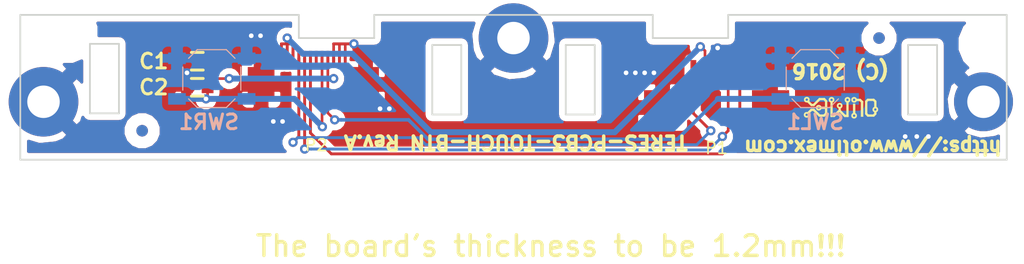
<source format=kicad_pcb>
(kicad_pcb (version 20160815) (host pcbnew no-vcs-found-undefined)

  (general
    (links 41)
    (no_connects 2)
    (area 72.230953 50.3 181.000001 96.181)
    (thickness 1.6)
    (drawings 36)
    (tracks 101)
    (zones 0)
    (modules 29)
    (nets 9)
  )

  (page A4)
  (layers
    (0 F.Cu signal)
    (31 B.Cu signal)
    (32 B.Adhes user)
    (33 F.Adhes user)
    (34 B.Paste user hide)
    (35 F.Paste user)
    (36 B.SilkS user hide)
    (37 F.SilkS user)
    (38 B.Mask user hide)
    (39 F.Mask user)
    (40 Dwgs.User user hide)
    (41 Cmts.User user)
    (42 Eco1.User user)
    (43 Eco2.User user)
    (44 Edge.Cuts user)
    (45 Margin user)
    (46 B.CrtYd user)
    (47 F.CrtYd user)
    (48 B.Fab user hide)
    (49 F.Fab user hide)
  )

  (setup
    (last_trace_width 0.2286)
    (trace_clearance 0.2)
    (zone_clearance 0.508)
    (zone_45_only yes)
    (trace_min 0.2)
    (segment_width 0.2)
    (edge_width 0.15)
    (via_size 0.8)
    (via_drill 0.4)
    (via_min_size 0.4)
    (via_min_drill 0.3)
    (uvia_size 0.3)
    (uvia_drill 0.1)
    (uvias_allowed no)
    (uvia_min_size 0)
    (uvia_min_drill 0)
    (pcb_text_width 0.3)
    (pcb_text_size 1.5 1.5)
    (mod_edge_width 0.15)
    (mod_text_size 1 1)
    (mod_text_width 0.15)
    (pad_size 2.3 3)
    (pad_drill 0)
    (pad_to_mask_clearance 0.2)
    (pad_to_paste_clearance -0.01)
    (aux_axis_origin 75 85)
    (visible_elements FFFEFF7F)
    (pcbplotparams
      (layerselection 0x000fc_7ffffffe)
      (usegerberextensions false)
      (excludeedgelayer false)
      (linewidth 0.600000)
      (plotframeref false)
      (viasonmask false)
      (mode 1)
      (useauxorigin false)
      (hpglpennumber 1)
      (hpglpenspeed 20)
      (hpglpendiameter 15)
      (psnegative false)
      (psa4output false)
      (plotreference true)
      (plotvalue false)
      (plotinvisibletext false)
      (padsonsilk false)
      (subtractmaskfromsilk false)
      (outputformat 1)
      (mirror false)
      (drillshape 0)
      (scaleselection 1)
      (outputdirectory Gerbers/))
  )

  (net 0 "")
  (net 1 "Net-(C1-Pad1)")
  (net 2 GND)
  (net 3 "Net-(C2-Pad1)")
  (net 4 "Net-(P1-Pad2)")
  (net 5 "Net-(P1-Pad1)")
  (net 6 "Net-(P1-Pad4)")
  (net 7 "Net-(P1-Pad5)")
  (net 8 "Net-(P2-Pad7)")

  (net_class Default "This is the default net class."
    (clearance 0.2)
    (trace_width 0.2286)
    (via_dia 0.8)
    (via_drill 0.4)
    (uvia_dia 0.3)
    (uvia_drill 0.1)
    (diff_pair_gap 0.25)
    (diff_pair_width 0.2)
    (add_net GND)
    (add_net "Net-(C1-Pad1)")
    (add_net "Net-(C2-Pad1)")
    (add_net "Net-(P1-Pad1)")
    (add_net "Net-(P1-Pad2)")
    (add_net "Net-(P1-Pad4)")
    (add_net "Net-(P1-Pad5)")
    (add_net "Net-(P2-Pad7)")
  )

  (module OLIMEX_Other-FP:via_04_055 (layer F.Cu) (tedit 57BC4E43) (tstamp 57BC4F45)
    (at 94.9 74.3)
    (zone_connect 2)
    (attr virtual)
    (fp_text reference "" (at 0 0.5) (layer F.Fab) hide
      (effects (font (size 1 1) (thickness 0.15)))
    )
    (fp_text value "" (at 0 -0.7874) (layer F.Fab)
      (effects (font (size 1 1) (thickness 0.15)))
    )
    (pad 0 thru_hole circle (at 0 0) (size 0.55 0.55) (drill 0.4) (layers *.Cu)
      (net 2 GND) (zone_connect 2))
  )

  (module OLIMEX_Other-FP:via_04_055 (layer F.Cu) (tedit 57BC4E43) (tstamp 57BC4F41)
    (at 95.7 74.3)
    (zone_connect 2)
    (attr virtual)
    (fp_text reference "" (at 0 0.5) (layer F.Fab) hide
      (effects (font (size 1 1) (thickness 0.15)))
    )
    (fp_text value "" (at 0 -0.7874) (layer F.Fab)
      (effects (font (size 1 1) (thickness 0.15)))
    )
    (pad 0 thru_hole circle (at 0 0) (size 0.55 0.55) (drill 0.4) (layers *.Cu)
      (net 2 GND) (zone_connect 2))
  )

  (module OLIMEX_Other-FP:via_04_055 (layer F.Cu) (tedit 57BC4E43) (tstamp 57BC4F32)
    (at 106 80.6)
    (zone_connect 2)
    (attr virtual)
    (fp_text reference "" (at 0 0.5) (layer F.Fab) hide
      (effects (font (size 1 1) (thickness 0.15)))
    )
    (fp_text value "" (at 0 -0.7874) (layer F.Fab)
      (effects (font (size 1 1) (thickness 0.15)))
    )
    (pad 0 thru_hole circle (at 0 0) (size 0.55 0.55) (drill 0.4) (layers *.Cu)
      (net 2 GND) (zone_connect 2))
  )

  (module OLIMEX_Other-FP:via_04_055 (layer F.Cu) (tedit 57BC4E43) (tstamp 57BC4F2E)
    (at 106.8 80.6)
    (zone_connect 2)
    (attr virtual)
    (fp_text reference "" (at 0 0.5) (layer F.Fab) hide
      (effects (font (size 1 1) (thickness 0.15)))
    )
    (fp_text value "" (at 0 -0.7874) (layer F.Fab)
      (effects (font (size 1 1) (thickness 0.15)))
    )
    (pad 0 thru_hole circle (at 0 0) (size 0.55 0.55) (drill 0.4) (layers *.Cu)
      (net 2 GND) (zone_connect 2))
  )

  (module OLIMEX_Other-FP:via_04_055 (layer F.Cu) (tedit 57BC4E43) (tstamp 57BC4F2A)
    (at 96.8 81.7)
    (zone_connect 2)
    (attr virtual)
    (fp_text reference "" (at 0 0.5) (layer F.Fab) hide
      (effects (font (size 1 1) (thickness 0.15)))
    )
    (fp_text value "" (at 0 -0.7874) (layer F.Fab)
      (effects (font (size 1 1) (thickness 0.15)))
    )
    (pad 0 thru_hole circle (at 0 0) (size 0.55 0.55) (drill 0.4) (layers *.Cu)
      (net 2 GND) (zone_connect 2))
  )

  (module OLIMEX_Other-FP:via_04_055 (layer F.Cu) (tedit 57BC4E43) (tstamp 57BC4F26)
    (at 97.6 81.7)
    (zone_connect 2)
    (attr virtual)
    (fp_text reference "" (at 0 0.5) (layer F.Fab) hide
      (effects (font (size 1 1) (thickness 0.15)))
    )
    (fp_text value "" (at 0 -0.7874) (layer F.Fab)
      (effects (font (size 1 1) (thickness 0.15)))
    )
    (pad 0 thru_hole circle (at 0 0) (size 0.55 0.55) (drill 0.4) (layers *.Cu)
      (net 2 GND) (zone_connect 2))
  )

  (module OLIMEX_Other-FP:via_04_055 (layer F.Cu) (tedit 57BC4E43) (tstamp 57BC4F18)
    (at 128.8 77.5)
    (zone_connect 2)
    (attr virtual)
    (fp_text reference "" (at 0 0.5) (layer F.Fab) hide
      (effects (font (size 1 1) (thickness 0.15)))
    )
    (fp_text value "" (at 0 -0.7874) (layer F.Fab)
      (effects (font (size 1 1) (thickness 0.15)))
    )
    (pad 0 thru_hole circle (at 0 0) (size 0.55 0.55) (drill 0.4) (layers *.Cu)
      (net 2 GND) (zone_connect 2))
  )

  (module OLIMEX_Other-FP:via_04_055 (layer F.Cu) (tedit 57BC4E43) (tstamp 57BC4F14)
    (at 129.6 77.5)
    (zone_connect 2)
    (attr virtual)
    (fp_text reference "" (at 0 0.5) (layer F.Fab) hide
      (effects (font (size 1 1) (thickness 0.15)))
    )
    (fp_text value "" (at 0 -0.7874) (layer F.Fab)
      (effects (font (size 1 1) (thickness 0.15)))
    )
    (pad 0 thru_hole circle (at 0 0) (size 0.55 0.55) (drill 0.4) (layers *.Cu)
      (net 2 GND) (zone_connect 2))
  )

  (module OLIMEX_Other-FP:via_04_055 (layer F.Cu) (tedit 57BC4E43) (tstamp 57BC4F0F)
    (at 128 77.5)
    (zone_connect 2)
    (attr virtual)
    (fp_text reference "" (at 0 0.5) (layer F.Fab) hide
      (effects (font (size 1 1) (thickness 0.15)))
    )
    (fp_text value "" (at 0 -0.7874) (layer F.Fab)
      (effects (font (size 1 1) (thickness 0.15)))
    )
    (pad 0 thru_hole circle (at 0 0) (size 0.55 0.55) (drill 0.4) (layers *.Cu)
      (net 2 GND) (zone_connect 2))
  )

  (module OLIMEX_Other-FP:Mounting_hole_TERES (layer F.Cu) (tedit 5761414D) (tstamp 575F9F58)
    (at 157.5 80)
    (attr virtual)
    (fp_text reference MountingHole (at 0.05 -3.7) (layer F.Fab) hide
      (effects (font (size 0.8 0.8) (thickness 0.2)))
    )
    (fp_text value Mounting_hole_3.3mm (at 0.45 3.45) (layer F.Fab) hide
      (effects (font (size 0.5 0.5) (thickness 0.125)))
    )
    (pad "" thru_hole circle (at 0.5 0) (size 5.08 5.08) (drill 2.8) (layers *.Cu *.Mask)
      (net 2 GND) (clearance 1.55))
  )

  (module OLIMEX_Other-FP:via_04_055 (layer F.Cu) (tedit 57614126) (tstamp 5761412F)
    (at 151.25 83)
    (zone_connect 2)
    (attr virtual)
    (fp_text reference "" (at 0 0.5) (layer F.Fab) hide
      (effects (font (size 1 1) (thickness 0.15)))
    )
    (fp_text value "" (at 0 -0.7874) (layer F.Fab)
      (effects (font (size 1 1) (thickness 0.15)))
    )
    (pad 0 thru_hole circle (at 0 0) (size 0.55 0.55) (drill 0.4) (layers *.Cu)
      (net 2 GND) (zone_connect 2))
  )

  (module OLIMEX_Other-FP:via_04_055 (layer F.Cu) (tedit 57614126) (tstamp 5761412B)
    (at 152.25 83)
    (zone_connect 2)
    (attr virtual)
    (fp_text reference "" (at 0 0.5) (layer F.Fab) hide
      (effects (font (size 1 1) (thickness 0.15)))
    )
    (fp_text value "" (at 0 -0.7874) (layer F.Fab)
      (effects (font (size 1 1) (thickness 0.15)))
    )
    (pad 0 thru_hole circle (at 0 0) (size 0.55 0.55) (drill 0.4) (layers *.Cu)
      (net 2 GND) (zone_connect 2))
  )

  (module OLIMEX_Other-FP:Mounting_hole_TERES (layer F.Cu) (tedit 57614172) (tstamp 575F9F5C)
    (at 117 74.5)
    (attr virtual)
    (fp_text reference MountingHole (at 0.05 -3.7) (layer F.Fab) hide
      (effects (font (size 0.8 0.8) (thickness 0.2)))
    )
    (fp_text value Mounting_hole_3.3mm (at 0.45 3.45) (layer F.Fab) hide
      (effects (font (size 0.5 0.5) (thickness 0.125)))
    )
    (pad "" thru_hole circle (at 0.5 0) (size 6 6) (drill 2.8) (layers *.Cu *.Mask)
      (net 2 GND) (clearance 1.55))
  )

  (module OLIMEX_Other-FP:Mounting_hole_TERES (layer F.Cu) (tedit 57614161) (tstamp 575F9F49)
    (at 76.5 80)
    (attr virtual)
    (fp_text reference MountingHole (at 0.05 -3.7) (layer F.Fab) hide
      (effects (font (size 0.8 0.8) (thickness 0.2)))
    )
    (fp_text value Mounting_hole_3.3mm (at 0.45 3.45) (layer F.Fab) hide
      (effects (font (size 0.5 0.5) (thickness 0.125)))
    )
    (pad "" thru_hole circle (at 0.5 0) (size 6 6) (drill 2.8) (layers *.Cu *.Mask)
      (net 2 GND) (clearance 1.55))
  )

  (module OLIMEX_Other-FP:Fiducial1x3_transp (layer F.Cu) (tedit 5540CDCA) (tstamp 575FA3E0)
    (at 85.5 82.5)
    (attr virtual)
    (fp_text reference "" (at 0 3) (layer F.SilkS)
      (effects (font (size 1 1) (thickness 0.15)))
    )
    (fp_text value "" (at 0 -3) (layer F.Fab)
      (effects (font (size 1 1) (thickness 0.15)))
    )
    (fp_circle (center 0 0) (end 1.5 0) (layer Dwgs.User) (width 0.254))
    (pad Fid1 connect circle (at 0 0) (size 1 1) (layers F.Cu F.Mask)
      (solder_mask_margin 0.127) (clearance 1.016) (zone_connect 0))
  )

  (module OLIMEX_Other-FP:Fiducial1x3_transp (layer F.Cu) (tedit 5540CDCA) (tstamp 575FA3E6)
    (at 149 74.5)
    (attr virtual)
    (fp_text reference "" (at 0 3) (layer F.SilkS)
      (effects (font (size 1 1) (thickness 0.15)))
    )
    (fp_text value "" (at 0 -3) (layer F.Fab)
      (effects (font (size 1 1) (thickness 0.15)))
    )
    (fp_circle (center 0 0) (end 1.5 0) (layer Dwgs.User) (width 0.254))
    (pad Fid1 connect circle (at 0 0) (size 1 1) (layers F.Cu F.Mask)
      (solder_mask_margin 0.127) (clearance 1.016) (zone_connect 0))
  )

  (module OLIMEX_Other-FP:Fiducial1x3_transp (layer B.Cu) (tedit 5540CDCA) (tstamp 575FA3EC)
    (at 149 74.5)
    (attr virtual)
    (fp_text reference "" (at 0 -3) (layer B.SilkS)
      (effects (font (size 1 1) (thickness 0.15)) (justify mirror))
    )
    (fp_text value "" (at 0 3) (layer B.Fab)
      (effects (font (size 1 1) (thickness 0.15)) (justify mirror))
    )
    (fp_circle (center 0 0) (end 1.5 0) (layer Dwgs.User) (width 0.254))
    (pad Fid1 connect circle (at 0 0) (size 1 1) (layers B.Cu B.Mask)
      (solder_mask_margin 0.127) (clearance 1.016) (zone_connect 0))
  )

  (module OLIMEX_Other-FP:Fiducial1x3_transp (layer B.Cu) (tedit 5540CDCA) (tstamp 575FA3F2)
    (at 85.5 82.5)
    (attr virtual)
    (fp_text reference "" (at 0 -3) (layer B.SilkS)
      (effects (font (size 1 1) (thickness 0.15)) (justify mirror))
    )
    (fp_text value "" (at 0 3) (layer B.Fab)
      (effects (font (size 1 1) (thickness 0.15)) (justify mirror))
    )
    (fp_circle (center 0 0) (end 1.5 0) (layer Dwgs.User) (width 0.254))
    (pad Fid1 connect circle (at 0 0) (size 1 1) (layers B.Cu B.Mask)
      (solder_mask_margin 0.127) (clearance 1.016) (zone_connect 0))
  )

  (module OLIMEX_RLC-FP:C_0603_5MIL_DWS (layer F.Cu) (tedit 5641EDEF) (tstamp 575FE91A)
    (at 90.25 76.5 180)
    (descr "Resistor SMD 0603, reflow soldering, Vishay (see dcrcw.pdf)")
    (tags "resistor 0603")
    (path /575FBF01)
    (attr smd)
    (fp_text reference C1 (at 3.75 0) (layer F.SilkS)
      (effects (font (size 1.27 1.27) (thickness 0.254)))
    )
    (fp_text value 10nF (at 0.127 1.778 180) (layer F.Fab)
      (effects (font (size 1.27 1.27) (thickness 0.254)))
    )
    (fp_line (start 0.762 -0.381) (end 0 -0.381) (layer F.Fab) (width 0.15))
    (fp_line (start 0.762 0.381) (end 0.762 -0.381) (layer F.Fab) (width 0.15))
    (fp_line (start -0.762 0.381) (end 0.762 0.381) (layer F.Fab) (width 0.15))
    (fp_line (start -0.762 -0.381) (end -0.762 0.381) (layer F.Fab) (width 0.15))
    (fp_line (start 0 -0.381) (end -0.762 -0.381) (layer F.Fab) (width 0.15))
    (fp_line (start 0.508 -0.762) (end 1.651 -0.762) (layer Dwgs.User) (width 0.254))
    (fp_line (start 1.651 -0.762) (end 1.651 0.762) (layer Dwgs.User) (width 0.254))
    (fp_line (start 1.651 0.762) (end 0.508 0.762) (layer Dwgs.User) (width 0.254))
    (fp_line (start -0.508 -0.762) (end -1.651 -0.762) (layer Dwgs.User) (width 0.254))
    (fp_line (start -1.651 -0.762) (end -1.651 0.762) (layer Dwgs.User) (width 0.254))
    (fp_line (start -1.651 0.762) (end -0.508 0.762) (layer Dwgs.User) (width 0.254))
    (fp_line (start -0.508 0.762) (end 0.508 0.762) (layer F.SilkS) (width 0.254))
    (fp_line (start -0.508 -0.762) (end 0.508 -0.762) (layer F.SilkS) (width 0.254))
    (pad 1 smd rect (at -0.889 0 180) (size 1.016 1.016) (layers F.Cu F.Paste F.Mask)
      (net 1 "Net-(C1-Pad1)") (solder_mask_margin 0.0508) (clearance 0.0508))
    (pad 2 smd rect (at 0.889 0 180) (size 1.016 1.016) (layers F.Cu F.Paste F.Mask)
      (net 2 GND) (solder_mask_margin 0.0508) (clearance 0.0508))
    (model Resistors_SMD/R_0603.wrl
      (at (xyz 0 0 0))
      (scale (xyz 1 1 1))
      (rotate (xyz 0 0 0))
    )
  )

  (module OLIMEX_RLC-FP:C_0603_5MIL_DWS (layer F.Cu) (tedit 5641EDEF) (tstamp 575FE920)
    (at 90.25 78.75 180)
    (descr "Resistor SMD 0603, reflow soldering, Vishay (see dcrcw.pdf)")
    (tags "resistor 0603")
    (path /575FBF41)
    (attr smd)
    (fp_text reference C2 (at 3.75 0 180) (layer F.SilkS)
      (effects (font (size 1.27 1.27) (thickness 0.254)))
    )
    (fp_text value 10nF (at 0.127 1.778 180) (layer F.Fab)
      (effects (font (size 1.27 1.27) (thickness 0.254)))
    )
    (fp_line (start 0.762 -0.381) (end 0 -0.381) (layer F.Fab) (width 0.15))
    (fp_line (start 0.762 0.381) (end 0.762 -0.381) (layer F.Fab) (width 0.15))
    (fp_line (start -0.762 0.381) (end 0.762 0.381) (layer F.Fab) (width 0.15))
    (fp_line (start -0.762 -0.381) (end -0.762 0.381) (layer F.Fab) (width 0.15))
    (fp_line (start 0 -0.381) (end -0.762 -0.381) (layer F.Fab) (width 0.15))
    (fp_line (start 0.508 -0.762) (end 1.651 -0.762) (layer Dwgs.User) (width 0.254))
    (fp_line (start 1.651 -0.762) (end 1.651 0.762) (layer Dwgs.User) (width 0.254))
    (fp_line (start 1.651 0.762) (end 0.508 0.762) (layer Dwgs.User) (width 0.254))
    (fp_line (start -0.508 -0.762) (end -1.651 -0.762) (layer Dwgs.User) (width 0.254))
    (fp_line (start -1.651 -0.762) (end -1.651 0.762) (layer Dwgs.User) (width 0.254))
    (fp_line (start -1.651 0.762) (end -0.508 0.762) (layer Dwgs.User) (width 0.254))
    (fp_line (start -0.508 0.762) (end 0.508 0.762) (layer F.SilkS) (width 0.254))
    (fp_line (start -0.508 -0.762) (end 0.508 -0.762) (layer F.SilkS) (width 0.254))
    (pad 1 smd rect (at -0.889 0 180) (size 1.016 1.016) (layers F.Cu F.Paste F.Mask)
      (net 3 "Net-(C2-Pad1)") (solder_mask_margin 0.0508) (clearance 0.0508))
    (pad 2 smd rect (at 0.889 0 180) (size 1.016 1.016) (layers F.Cu F.Paste F.Mask)
      (net 2 GND) (solder_mask_margin 0.0508) (clearance 0.0508))
    (model Resistors_SMD/R_0603.wrl
      (at (xyz 0 0 0))
      (scale (xyz 1 1 1))
      (rotate (xyz 0 0 0))
    )
  )

  (module OLIMEX_Buttons-FP:tacktil_5x5_teres (layer B.Cu) (tedit 57C581F9) (tstamp 57613BD4)
    (at 91.5 78)
    (path /575FBE02)
    (fp_text reference SWR1 (at -0.25 3.75) (layer B.SilkS)
      (effects (font (size 1.27 1.27) (thickness 0.254)) (justify mirror))
    )
    (fp_text value SW_PUSH (at -0.5 4) (layer B.Fab)
      (effects (font (size 1 1) (thickness 0.15)) (justify mirror))
    )
    (fp_line (start 1.25 2.5) (end 2 1.75) (layer B.SilkS) (width 0.1))
    (fp_line (start 2.5 0) (end 2.5 -1) (layer B.SilkS) (width 0.1))
    (fp_line (start 1.25 -2.5) (end 2 -1.75) (layer B.SilkS) (width 0.1))
    (fp_line (start -1.25 -2.5) (end 1.25 -2.5) (layer B.SilkS) (width 0.1))
    (fp_line (start -1.25 -2.5) (end -2 -1.75) (layer B.SilkS) (width 0.1))
    (fp_line (start -2.5 1) (end -2.5 -1) (layer B.SilkS) (width 0.1))
    (fp_line (start -1.25 2.5) (end -2 1.75) (layer B.SilkS) (width 0.1))
    (fp_line (start 1.25 2.5) (end -1.25 2.5) (layer B.SilkS) (width 0.1))
    (fp_line (start 2.5 0) (end 2.5 1) (layer B.SilkS) (width 0.1))
    (pad 1 smd rect (at -3 1.75) (size 1.524 1) (layers B.Cu B.Paste B.Mask)
      (net 3 "Net-(C2-Pad1)"))
    (pad 2 smd rect (at -3 -1.75) (size 1.524 1) (layers B.Cu B.Paste B.Mask)
      (net 2 GND))
    (pad 2 smd rect (at 3 -1.75) (size 1.524 1) (layers B.Cu B.Paste B.Mask)
      (net 2 GND))
    (pad 1 smd rect (at 3 1.75) (size 1.524 1) (layers B.Cu B.Paste B.Mask)
      (net 3 "Net-(C2-Pad1)"))
  )

  (module OLIMEX_Buttons-FP:tacktil_5x5_teres (layer B.Cu) (tedit 57C5820A) (tstamp 57613BE5)
    (at 143.5 78)
    (path /575FBE4C)
    (fp_text reference SWL1 (at 0 3.75) (layer B.SilkS)
      (effects (font (size 1.27 1.27) (thickness 0.254)) (justify mirror))
    )
    (fp_text value SW_PUSH (at 0 4) (layer B.Fab)
      (effects (font (size 1 1) (thickness 0.15)) (justify mirror))
    )
    (fp_line (start 1.25 2.5) (end 2 1.75) (layer B.SilkS) (width 0.1))
    (fp_line (start 2.5 0) (end 2.5 -1) (layer B.SilkS) (width 0.1))
    (fp_line (start 1.25 -2.5) (end 2 -1.75) (layer B.SilkS) (width 0.1))
    (fp_line (start -1.25 -2.5) (end 1.25 -2.5) (layer B.SilkS) (width 0.1))
    (fp_line (start -1.25 -2.5) (end -2 -1.75) (layer B.SilkS) (width 0.1))
    (fp_line (start -2.5 1) (end -2.5 -1) (layer B.SilkS) (width 0.1))
    (fp_line (start -1.25 2.5) (end -2 1.75) (layer B.SilkS) (width 0.1))
    (fp_line (start 1.25 2.5) (end -1.25 2.5) (layer B.SilkS) (width 0.1))
    (fp_line (start 2.5 0) (end 2.5 1) (layer B.SilkS) (width 0.1))
    (pad 1 smd rect (at -3 1.75) (size 1.524 1) (layers B.Cu B.Paste B.Mask)
      (net 1 "Net-(C1-Pad1)"))
    (pad 2 smd rect (at -3 -1.75) (size 1.524 1) (layers B.Cu B.Paste B.Mask)
      (net 2 GND))
    (pad 2 smd rect (at 3 -1.75) (size 1.524 1) (layers B.Cu B.Paste B.Mask)
      (net 2 GND))
    (pad 1 smd rect (at 3 1.75) (size 1.524 1) (layers B.Cu B.Paste B.Mask)
      (net 1 "Net-(C1-Pad1)"))
  )

  (module OLIMEX_Other-FP:via_04_055 (layer F.Cu) (tedit 57614126) (tstamp 5761410B)
    (at 153.25 83)
    (zone_connect 2)
    (attr virtual)
    (fp_text reference "" (at 0 0.5) (layer F.Fab) hide
      (effects (font (size 1 1) (thickness 0.15)))
    )
    (fp_text value "" (at 0 -0.7874) (layer F.Fab)
      (effects (font (size 1 1) (thickness 0.15)))
    )
    (pad 0 thru_hole circle (at 0 0) (size 0.55 0.55) (drill 0.4) (layers *.Cu)
      (net 2 GND) (zone_connect 2))
  )

  (module OLIMEX_Other-FP:NPTH_2.2mm (layer F.Cu) (tedit 57BAD184) (tstamp 5760B058)
    (at 79 74)
    (fp_text reference MountingHole (at 0 -2) (layer F.SilkS) hide
      (effects (font (size 0.8 0.8) (thickness 0.2)))
    )
    (fp_text value Mounting_hole_2.5mm (at 0 2) (layer F.Fab) hide
      (effects (font (size 0.5 0.5) (thickness 0.125)))
    )
    (pad "" np_thru_hole circle (at 0 0) (size 2.2 2.2) (drill 2.2) (layers *.Cu *.Mask)
      (clearance 1.55))
  )

  (module OLIMEX_Other-FP:NPTH_2.2mm (layer F.Cu) (tedit 57BAD184) (tstamp 5760B097)
    (at 158.5 75)
    (fp_text reference MountingHole (at 0 -2) (layer F.SilkS) hide
      (effects (font (size 0.8 0.8) (thickness 0.2)))
    )
    (fp_text value Mounting_hole_2.5mm (at 0 2) (layer F.Fab) hide
      (effects (font (size 0.5 0.5) (thickness 0.125)))
    )
    (pad "" np_thru_hole circle (at 0 0) (size 2.2 2.2) (drill 2.2) (layers *.Cu *.Mask)
      (clearance 1.55))
  )

  (module OLIMEX_Other-FP:via_04_055 (layer F.Cu) (tedit 57BC4E43) (tstamp 57BC4F08)
    (at 127.2 77.5)
    (zone_connect 2)
    (attr virtual)
    (fp_text reference "" (at 0 0.5) (layer F.Fab) hide
      (effects (font (size 1 1) (thickness 0.15)))
    )
    (fp_text value "" (at 0 -0.7874) (layer F.Fab)
      (effects (font (size 1 1) (thickness 0.15)))
    )
    (pad 0 thru_hole circle (at 0 0) (size 0.55 0.55) (drill 0.4) (layers *.Cu)
      (net 2 GND) (zone_connect 2))
  )

  (module OLIMEX_Connectors-FP:FLEXCON-0.5-12 (layer F.Cu) (tedit 5821837A) (tstamp 575FE936)
    (at 100.25 80.5)
    (path /575FBC3F)
    (fp_text reference P2 (at 0.25 3.25 180) (layer F.SilkS)
      (effects (font (size 1 1) (thickness 0.15)))
    )
    (fp_text value CONN_01X12 (at -0.2 1.4) (layer F.Fab)
      (effects (font (size 1 1) (thickness 0.15)))
    )
    (fp_line (start -5.1 -4.4) (end -5.1 0) (layer F.Fab) (width 0.254))
    (fp_line (start 5.1 -4.4) (end -5.1 -4.4) (layer F.Fab) (width 0.254))
    (fp_line (start 5.1 0) (end 5.1 -4.4) (layer F.Fab) (width 0.254))
    (fp_line (start -5.1 0) (end 5.1 0) (layer F.Fab) (width 0.254))
    (pad 1 smd rect (at -2.75 -4.25) (size 0.25 1.3) (layers F.Cu F.Paste F.Mask)
      (net 4 "Net-(P1-Pad2)") (solder_paste_margin -0.005))
    (pad 2 smd rect (at -2.25 -4.25) (size 0.25 1.3) (layers F.Cu F.Paste F.Mask)
      (net 4 "Net-(P1-Pad2)") (solder_paste_margin -0.005))
    (pad 3 smd rect (at -1.75 -4.25) (size 0.25 1.3) (layers F.Cu F.Paste F.Mask)
      (net 4 "Net-(P1-Pad2)") (solder_paste_margin -0.005))
    (pad 4 smd rect (at -1.25 -4.25) (size 0.25 1.3) (layers F.Cu F.Paste F.Mask)
      (net 5 "Net-(P1-Pad1)") (solder_paste_margin -0.005))
    (pad 5 smd rect (at -0.75 -4.25) (size 0.25 1.3) (layers F.Cu F.Paste F.Mask)
      (net 6 "Net-(P1-Pad4)") (solder_paste_margin -0.005))
    (pad 6 smd rect (at -0.25 -4.25) (size 0.25 1.3) (layers F.Cu F.Paste F.Mask)
      (net 7 "Net-(P1-Pad5)") (solder_paste_margin -0.005))
    (pad 0 smd rect (at -4.5 -2) (size 2.3 3) (layers F.Cu F.Paste F.Mask)
      (net 2 GND))
    (pad 0 smd rect (at 4.5 -2) (size 2.3 3) (layers F.Cu F.Paste F.Mask)
      (net 2 GND))
    (pad 7 smd rect (at 0.25 -4.25) (size 0.25 1.3) (layers F.Cu F.Paste F.Mask)
      (net 8 "Net-(P2-Pad7)") (solder_paste_margin -0.005))
    (pad 8 smd rect (at 0.75 -4.25) (size 0.25 1.3) (layers F.Cu F.Paste F.Mask)
      (net 3 "Net-(C2-Pad1)") (solder_paste_margin -0.005))
    (pad 9 smd rect (at 1.25 -4.25) (size 0.25 1.3) (layers F.Cu F.Paste F.Mask)
      (net 1 "Net-(C1-Pad1)") (solder_paste_margin -0.005))
    (pad 10 smd rect (at 1.75 -4.25) (size 0.25 1.3) (layers F.Cu F.Paste F.Mask)
      (net 2 GND) (solder_paste_margin -0.005))
    (pad 11 smd rect (at 2.25 -4.25) (size 0.25 1.3) (layers F.Cu F.Paste F.Mask)
      (net 2 GND) (solder_paste_margin -0.005))
    (pad 12 smd rect (at 2.75 -4.25) (size 0.25 1.3) (layers F.Cu F.Paste F.Mask)
      (net 2 GND) (solder_paste_margin -0.005))
  )

  (module OLIMEX_LOGOs-FP:OLIMEX_LOGO_SMALL_TB (layer F.Cu) (tedit 5539E04C) (tstamp 57C58772)
    (at 145.7325 80.518 180)
    (fp_text reference "" (at -1.2827 -14.4145 180) (layer F.Fab)
      (effects (font (size 1.1 1.1) (thickness 0.254)))
    )
    (fp_text value "" (at -0.0254 13.4112 180) (layer F.Fab)
      (effects (font (size 1.1 1.1) (thickness 0.254)))
    )
    (fp_line (start 0.9017 -0.7747) (end 0.9017 -0.75946) (layer F.SilkS) (width 0.0127))
    (fp_line (start 0.88646 -0.77216) (end 0.90678 -0.77216) (layer F.SilkS) (width 0.0127))
    (fp_line (start 0.90932 -0.77724) (end 0.90932 -0.74676) (layer F.SilkS) (width 0.0127))
    (fp_line (start 0.87376 -0.78232) (end 0.91186 -0.78232) (layer F.SilkS) (width 0.0127))
    (fp_line (start 0.83312 -0.79248) (end 0.91948 -0.79248) (layer F.SilkS) (width 0.0127))
    (fp_line (start 0.91948 -0.79248) (end 0.91948 -0.69596) (layer F.SilkS) (width 0.0127))
    (fp_line (start -0.62738 -0.76708) (end -0.61214 -0.76708) (layer F.SilkS) (width 0.0127))
    (fp_line (start -0.62992 -0.7874) (end -0.62992 -0.74676) (layer F.SilkS) (width 0.0127))
    (fp_line (start -0.58674 -0.77978) (end -0.63246 -0.77978) (layer F.SilkS) (width 0.0127))
    (fp_line (start -0.64008 -0.69596) (end -0.64008 -0.79248) (layer F.SilkS) (width 0.0127))
    (fp_line (start -0.64008 -0.79248) (end -0.31242 -0.79248) (layer F.SilkS) (width 0.0127))
    (fp_line (start -1.21158 0.30226) (end -1.02616 0.30226) (layer F.SilkS) (width 0.0127))
    (fp_line (start -1.21158 0.31496) (end -1.0287 0.31496) (layer F.SilkS) (width 0.0127))
    (fp_line (start -1.21158 0.32766) (end -1.0287 0.32766) (layer F.SilkS) (width 0.0127))
    (fp_line (start -1.20904 0.34036) (end -1.02616 0.34036) (layer F.SilkS) (width 0.0127))
    (fp_line (start -1.21412 0.35306) (end -1.21412 -0.4699) (layer F.SilkS) (width 0.0127))
    (fp_line (start -1.02362 0.25654) (end -1.02362 0.35306) (layer F.SilkS) (width 0.0127))
    (fp_line (start -1.02362 0.35306) (end -1.21412 0.35306) (layer F.SilkS) (width 0.0127))
    (fp_line (start -1.71196 -0.77216) (end -1.71196 -0.69342) (layer F.SilkS) (width 0.0127))
    (fp_line (start -1.89738 -0.77216) (end -1.89738 -0.6985) (layer F.SilkS) (width 0.0127))
    (fp_line (start -1.78054 -0.74168) (end -1.73228 -0.74168) (layer F.SilkS) (width 0.0625))
    (fp_line (start -1.87706 -0.74422) (end -1.8288 -0.74422) (layer F.SilkS) (width 0.0625))
    (fp_line (start -1.8034 -0.7747) (end -1.7018 -0.7747) (layer F.SilkS) (width 0.01))
    (fp_line (start -1.7018 -0.7747) (end -1.7018 0.4826) (layer F.SilkS) (width 0.01))
    (fp_line (start -1.651 0.7747) (end -1.6637 0.762) (layer F.SilkS) (width 0.01))
    (fp_line (start -1.6637 0.7747) (end -1.3462 0.7747) (layer F.SilkS) (width 0.01))
    (fp_line (start -1.8923 0.5588) (end -1.905 0.5334) (layer F.SilkS) (width 0.01))
    (fp_line (start -1.905 0.5207) (end -1.905 0.5334) (layer F.SilkS) (width 0.01))
    (fp_line (start -1.905 0.5334) (end -1.905 0.5461) (layer F.SilkS) (width 0.01))
    (fp_line (start -1.905 0.5461) (end -1.6637 0.7747) (layer F.SilkS) (width 0.01))
    (fp_line (start -1.8034 -0.7747) (end -1.905 -0.7747) (layer F.SilkS) (width 0.01))
    (fp_line (start -1.905 -0.7747) (end -1.905 0.5207) (layer F.SilkS) (width 0.01))
    (fp_line (start -2.2987 0.6858) (end -2.794 0.6858) (layer F.SilkS) (width 0.2))
    (fp_line (start -2.794 0.6858) (end -2.9464 0.5461) (layer F.SilkS) (width 0.2))
    (fp_line (start -2.9464 -0.3556) (end -2.9464 -0.5207) (layer F.SilkS) (width 0.2))
    (fp_line (start -2.9464 -0.5207) (end -2.794 -0.6731) (layer F.SilkS) (width 0.2))
    (fp_line (start -2.794 -0.6731) (end -2.3114 -0.6731) (layer F.SilkS) (width 0.2))
    (fp_circle (center 1.9304 0) (end 2.032 -0.1397) (layer F.SilkS) (width 0.15))
    (fp_line (start 1.7272 0) (end 1.2954 0) (layer F.SilkS) (width 0.2))
    (fp_circle (center 2.9718 -0.6096) (end 3.0734 -0.7493) (layer F.SilkS) (width 0.15))
    (fp_line (start 2.5654 -0.1778) (end 2.8194 -0.4318) (layer F.SilkS) (width 0.2))
    (fp_line (start 2.3622 -0.1778) (end 2.5654 -0.1778) (layer F.SilkS) (width 0.2))
    (fp_line (start 1.8669 -0.6731) (end 2.3622 -0.1778) (layer F.SilkS) (width 0.2))
    (fp_line (start 1.4732 -0.6731) (end 1.8669 -0.6731) (layer F.SilkS) (width 0.2))
    (fp_line (start 1.2954 0.0127) (end 1.2954 -0.4953) (layer F.SilkS) (width 0.2))
    (fp_line (start 1.2954 -0.4953) (end 1.4732 -0.6731) (layer F.SilkS) (width 0.2))
    (fp_line (start 1.2954 0.5715) (end 1.2954 0) (layer F.SilkS) (width 0.2))
    (fp_line (start 1.4605 0.7493) (end 1.2954 0.5715) (layer F.SilkS) (width 0.2))
    (fp_line (start 1.8542 0.7493) (end 1.4605 0.7493) (layer F.SilkS) (width 0.2))
    (fp_line (start 2.3622 0.2413) (end 1.8542 0.7493) (layer F.SilkS) (width 0.2))
    (fp_line (start 2.5527 0.2413) (end 2.3622 0.2413) (layer F.SilkS) (width 0.2))
    (fp_line (start 2.8448 0.5334) (end 2.5527 0.2413) (layer F.SilkS) (width 0.2))
    (fp_circle (center 2.9591 0.6985) (end 3.0607 0.5588) (layer F.SilkS) (width 0.15))
    (fp_circle (center 0.8255 0.6858) (end 0.9271 0.5461) (layer F.SilkS) (width 0.15))
    (fp_line (start 0.8255 -0.6985) (end 0.8255 0.4318) (layer F.SilkS) (width 0.2))
    (fp_line (start 0.6096 -0.6985) (end 0.8255 -0.6985) (layer F.SilkS) (width 0.2))
    (fp_circle (center 0.127 0.1778) (end 0.2286 0.0381) (layer F.SilkS) (width 0.15))
    (fp_line (start 0.127 -0.2286) (end 0.6096 -0.6985) (layer F.SilkS) (width 0.2))
    (fp_line (start 0.127 -0.254) (end 0.127 -0.0508) (layer F.SilkS) (width 0.2))
    (fp_line (start -0.3175 -0.6985) (end 0.127 -0.254) (layer F.SilkS) (width 0.2))
    (fp_line (start -0.5461 -0.6985) (end -0.3175 -0.6985) (layer F.SilkS) (width 0.2))
    (fp_line (start -0.5461 0.4699) (end -0.5461 -0.6985) (layer F.SilkS) (width 0.2))
    (fp_circle (center -0.5461 0.6858) (end -0.4445 0.5461) (layer F.SilkS) (width 0.15))
    (fp_circle (center -1.1176 -0.6858) (end -1.016 -0.8255) (layer F.SilkS) (width 0.15))
    (fp_line (start -1.1176 -0.4572) (end -1.1176 0.254) (layer F.SilkS) (width 0.2))
    (fp_circle (center -1.1176 0.6858) (end -1.016 0.5461) (layer F.SilkS) (width 0.15))
    (fp_line (start -1.6256 0.6731) (end -1.3462 0.6731) (layer F.SilkS) (width 0.2))
    (fp_line (start -1.8034 0.508) (end -1.6256 0.6731) (layer F.SilkS) (width 0.2))
    (fp_line (start -1.8034 -0.6731) (end -1.8034 0.508) (layer F.SilkS) (width 0.2))
    (fp_line (start -2.9464 0.0762) (end -2.9464 0.5207) (layer F.SilkS) (width 0.2))
    (fp_line (start -2.2987 0.6858) (end -2.159 0.5461) (layer F.SilkS) (width 0.2))
    (fp_line (start -2.159 -0.4826) (end -2.159 0.5207) (layer F.SilkS) (width 0.2))
    (fp_line (start -2.3114 -0.6713) (end -2.159 -0.5207) (layer F.SilkS) (width 0.2))
    (fp_circle (center -2.9464 -0.1524) (end -2.8448 -0.2921) (layer F.SilkS) (width 0.15))
  )

  (module OLIMEX_Connectors-FP:FLEXCONN-WZA25-05 (layer F.Cu) (tedit 5821836C) (tstamp 582183BF)
    (at 135 82)
    (path /575FBBEF)
    (fp_text reference P1 (at 0 2 180) (layer F.SilkS)
      (effects (font (size 1 1) (thickness 0.15)))
    )
    (fp_text value CONN_01X05 (at -0.5 -3.8) (layer F.Fab)
      (effects (font (size 1 1) (thickness 0.15)))
    )
    (fp_line (start -5 -5.6) (end -5 0.2) (layer F.Fab) (width 0.254))
    (fp_line (start 5 -5.6) (end -5 -5.6) (layer F.Fab) (width 0.254))
    (fp_line (start 5 0.4) (end 5 -5.6) (layer F.Fab) (width 0.254))
    (fp_line (start -5 0.4) (end 5 0.4) (layer F.Fab) (width 0.254))
    (pad 0 smd rect (at 4.65 -1.5) (size 3.2 3) (layers F.Cu F.Paste F.Mask)
      (net 2 GND))
    (pad 0 smd rect (at -4.65 -1.5) (size 3.2 3) (layers F.Cu F.Paste F.Mask)
      (net 2 GND))
    (pad 5 smd rect (at 2 -4.5) (size 0.5 2.2) (layers F.Cu F.Paste F.Mask)
      (net 7 "Net-(P1-Pad5)"))
    (pad 4 smd rect (at 1 -4.5) (size 0.5 2.2) (layers F.Cu F.Paste F.Mask)
      (net 6 "Net-(P1-Pad4)"))
    (pad 3 smd rect (at 0 -4.5) (size 0.5 2.2) (layers F.Cu F.Paste F.Mask)
      (net 2 GND))
    (pad 2 smd rect (at -1 -4.5) (size 0.5 2.2) (layers F.Cu F.Paste F.Mask)
      (net 4 "Net-(P1-Pad2)"))
    (pad 1 smd rect (at -2 -4.5) (size 0.5 2.2) (layers F.Cu F.Paste F.Mask)
      (net 5 "Net-(P1-Pad1)"))
  )

  (gr_text "(C) 2016" (at 145.669 77.343 180) (layer F.SilkS)
    (effects (font (size 1.2 1.2) (thickness 0.3)))
  )
  (gr_text https://www.olimex.com (at 148.463 83.947 180) (layer F.SilkS)
    (effects (font (size 1.2 1.2) (thickness 0.3)))
  )
  (gr_text "The board's thickness to be 1.2mm!!!" (at 120.7135 92.456) (layer F.SilkS)
    (effects (font (size 1.778 1.778) (thickness 0.3)))
  )
  (gr_line (start 124.5 75.1) (end 124.5 81.1) (layer Edge.Cuts) (width 0.15) (tstamp 57B704E0))
  (gr_line (start 122 81.1) (end 122 75.1) (layer Edge.Cuts) (width 0.15) (tstamp 57B704DF))
  (gr_line (start 124.5 81.1) (end 122 81.1) (layer Edge.Cuts) (width 0.15) (tstamp 57B704DE))
  (gr_line (start 122 75.1) (end 124.5 75.1) (layer Edge.Cuts) (width 0.15) (tstamp 57B704DD))
  (gr_line (start 151.5 81.1) (end 151.5 75.1) (layer Edge.Cuts) (width 0.15) (tstamp 57B704B4))
  (gr_line (start 154 75.1) (end 154 81.1) (layer Edge.Cuts) (width 0.15) (tstamp 57B704B3))
  (gr_line (start 151.5 75.1) (end 154 75.1) (layer Edge.Cuts) (width 0.15) (tstamp 57B704B2))
  (gr_line (start 154 81.1) (end 151.5 81.1) (layer Edge.Cuts) (width 0.15) (tstamp 57B704B1))
  (gr_line (start 110.5 81.1) (end 110.5 75.1) (layer Edge.Cuts) (width 0.15) (tstamp 57B70240))
  (gr_line (start 110.5 75.1) (end 113 75.1) (layer Edge.Cuts) (width 0.15) (tstamp 57B7023F))
  (gr_line (start 113 75.1) (end 113 81.1) (layer Edge.Cuts) (width 0.15) (tstamp 57B7023E))
  (gr_line (start 113 81.1) (end 110.5 81.1) (layer Edge.Cuts) (width 0.15) (tstamp 57B7023D))
  (dimension 12.5 (width 0.3) (layer F.Fab)
    (gr_text "12,500 mm" (at 174.35 78.75 270) (layer F.Fab) (tstamp 5821C8B4)
      (effects (font (size 1.5 1.5) (thickness 0.3)))
    )
    (feature1 (pts (xy 160 85) (xy 175.7 85)))
    (feature2 (pts (xy 160 72.5) (xy 175.7 72.5)))
    (crossbar (pts (xy 173 72.5) (xy 173 85)))
    (arrow1a (pts (xy 173 85) (xy 172.413579 83.873496)))
    (arrow1b (pts (xy 173 85) (xy 173.586421 83.873496)))
    (arrow2a (pts (xy 173 72.5) (xy 172.413579 73.626504)))
    (arrow2b (pts (xy 173 72.5) (xy 173.586421 73.626504)))
  )
  (dimension 85 (width 0.3) (layer F.Fab)
    (gr_text "85,000 mm" (at 117.5 51.65) (layer F.Fab) (tstamp 5821C8B5)
      (effects (font (size 1.5 1.5) (thickness 0.3)))
    )
    (feature1 (pts (xy 160 75) (xy 160 50.3)))
    (feature2 (pts (xy 75 75) (xy 75 50.3)))
    (crossbar (pts (xy 75 53) (xy 160 53)))
    (arrow1a (pts (xy 160 53) (xy 158.873496 53.586421)))
    (arrow1b (pts (xy 160 53) (xy 158.873496 52.413579)))
    (arrow2a (pts (xy 75 53) (xy 76.126504 53.586421)))
    (arrow2b (pts (xy 75 53) (xy 76.126504 52.413579)))
  )
  (dimension 19 (width 0.3) (layer F.Fab)
    (gr_text "19,000 mm" (at 84.5 61.15) (layer F.Fab) (tstamp 5821C8B6)
      (effects (font (size 1.5 1.5) (thickness 0.3)))
    )
    (feature1 (pts (xy 75 78) (xy 75 59.8)))
    (feature2 (pts (xy 94 78) (xy 94 59.8)))
    (crossbar (pts (xy 94 62.5) (xy 75 62.5)))
    (arrow1a (pts (xy 75 62.5) (xy 76.126504 61.913579)))
    (arrow1b (pts (xy 75 62.5) (xy 76.126504 63.086421)))
    (arrow2a (pts (xy 94 62.5) (xy 92.873496 61.913579)))
    (arrow2b (pts (xy 94 62.5) (xy 92.873496 63.086421)))
  )
  (dimension 19 (width 0.3) (layer F.Fab)
    (gr_text "19,000 mm" (at 150.5 91.35) (layer F.Fab) (tstamp 5821C8B7)
      (effects (font (size 1.5 1.5) (thickness 0.3)))
    )
    (feature1 (pts (xy 160 78.5) (xy 160 92.7)))
    (feature2 (pts (xy 141 78.5) (xy 141 92.7)))
    (crossbar (pts (xy 141 90) (xy 160 90)))
    (arrow1a (pts (xy 160 90) (xy 158.873496 90.586421)))
    (arrow1b (pts (xy 160 90) (xy 158.873496 89.413579)))
    (arrow2a (pts (xy 141 90) (xy 142.126504 90.586421)))
    (arrow2b (pts (xy 141 90) (xy 142.126504 89.413579)))
  )
  (gr_text "TERES-PCB3-TOUCH-BTN Rev.A" (at 117.7 83.5 180) (layer F.SilkS)
    (effects (font (size 1.2 1.2) (thickness 0.3)))
  )
  (gr_line (start 83.5 81) (end 81 81) (layer Edge.Cuts) (width 0.15))
  (gr_line (start 83.5 75) (end 83.5 81) (layer Edge.Cuts) (width 0.15))
  (gr_line (start 81 75) (end 83.5 75) (layer Edge.Cuts) (width 0.15))
  (gr_line (start 81 81) (end 81 75) (layer Edge.Cuts) (width 0.15))
  (gr_line (start 136 72.5) (end 160 72.5) (layer Edge.Cuts) (width 0.15))
  (gr_line (start 136 74.5) (end 136 72.5) (layer Edge.Cuts) (width 0.15))
  (gr_line (start 129.5 74.5) (end 136 74.5) (layer Edge.Cuts) (width 0.15))
  (gr_line (start 129.5 72.5) (end 129.5 74.5) (layer Edge.Cuts) (width 0.15))
  (gr_line (start 105.5 72.5) (end 129.5 72.5) (layer Edge.Cuts) (width 0.15))
  (gr_line (start 105.5 74.5) (end 105.5 72.5) (layer Edge.Cuts) (width 0.15))
  (gr_line (start 99 74.5) (end 105.5 74.5) (layer Edge.Cuts) (width 0.15))
  (gr_line (start 99 72.5) (end 99 74.5) (layer Edge.Cuts) (width 0.15))
  (gr_line (start 75 72.5) (end 99 72.5) (layer Edge.Cuts) (width 0.15))
  (gr_line (start 160 72.5) (end 160 85) (layer Edge.Cuts) (width 0.15))
  (gr_line (start 75 85) (end 75 72.5) (layer Edge.Cuts) (width 0.15))
  (gr_line (start 75 85) (end 160 85) (layer Edge.Cuts) (width 0.15))

  (segment (start 101.691529 81.159571) (end 102.091528 81.55957) (width 0.2286) (layer F.Cu) (net 1))
  (segment (start 101.5 78) (end 101.5 80.968042) (width 0.2286) (layer F.Cu) (net 1))
  (segment (start 102.657213 81.55957) (end 102.091528 81.55957) (width 0.3048) (layer B.Cu) (net 1))
  (segment (start 108.451976 81.55957) (end 102.657213 81.55957) (width 0.3048) (layer B.Cu) (net 1))
  (segment (start 101.5 80.968042) (end 101.691529 81.159571) (width 0.2286) (layer F.Cu) (net 1))
  (segment (start 131.625534 83.233374) (end 110.12578 83.233374) (width 0.3048) (layer B.Cu) (net 1))
  (segment (start 135.108908 79.75) (end 131.625534 83.233374) (width 0.3048) (layer B.Cu) (net 1))
  (segment (start 110.12578 83.233374) (end 108.451976 81.55957) (width 0.3048) (layer B.Cu) (net 1))
  (via (at 102.091528 81.55957) (size 0.8) (drill 0.4) (layers F.Cu B.Cu) (net 1))
  (segment (start 93 78) (end 102 78) (width 0.508) (layer B.Cu) (net 1))
  (segment (start 140.5 79.75) (end 135.108908 79.75) (width 0.508) (layer B.Cu) (net 1))
  (segment (start 146.5 79.75) (end 145.23 79.75) (width 0.508) (layer B.Cu) (net 1))
  (segment (start 145.23 79.75) (end 140.5 79.75) (width 0.508) (layer B.Cu) (net 1))
  (segment (start 101.5 76.25) (end 101.5 78) (width 0.2286) (layer F.Cu) (net 1))
  (segment (start 102 78) (end 101.5 78) (width 0.2286) (layer F.Cu) (net 1))
  (via (at 102 78) (size 0.8) (drill 0.4) (layers F.Cu B.Cu) (net 1))
  (segment (start 91.139 76.5) (end 91.139 77.2366) (width 0.2286) (layer F.Cu) (net 1))
  (segment (start 91.139 77.2366) (end 91.9024 78) (width 0.2286) (layer F.Cu) (net 1))
  (segment (start 91.9024 78) (end 93 78) (width 0.2286) (layer F.Cu) (net 1))
  (via (at 93 78) (size 0.8) (drill 0.4) (layers F.Cu B.Cu) (net 1))
  (segment (start 135.983542 76.25) (end 135.488657 75.755115) (width 0.3048) (layer B.Cu) (net 2))
  (segment (start 135.088658 75.920801) (end 135.088658 75.355116) (width 0.3048) (layer F.Cu) (net 2))
  (segment (start 140.5 76.25) (end 135.983542 76.25) (width 0.3048) (layer B.Cu) (net 2))
  (segment (start 135.488657 75.755115) (end 135.088658 75.355116) (width 0.3048) (layer B.Cu) (net 2))
  (segment (start 135.009459 76) (end 135.088658 75.920801) (width 0.3048) (layer F.Cu) (net 2))
  (segment (start 135 76) (end 135.009459 76) (width 0.3048) (layer F.Cu) (net 2))
  (via (at 135.088658 75.355116) (size 0.8) (drill 0.4) (layers F.Cu B.Cu) (net 2))
  (segment (start 102.5 75) (end 103 75) (width 0.2286) (layer F.Cu) (net 2))
  (segment (start 102.5 76.25) (end 102.5 75) (width 0.2286) (layer F.Cu) (net 2))
  (segment (start 103 76.25) (end 103 75) (width 0.2286) (layer F.Cu) (net 2))
  (segment (start 102 75) (end 103.75 75) (width 0.2286) (layer F.Cu) (net 2))
  (segment (start 102 76.25) (end 102 75.75) (width 0.2286) (layer F.Cu) (net 2))
  (segment (start 102 75.75) (end 102 75) (width 0.2286) (layer F.Cu) (net 2))
  (segment (start 88.5 76.25) (end 94.5 76.25) (width 0.508) (layer B.Cu) (net 2))
  (segment (start 140.5 76.25) (end 141.77 76.25) (width 0.508) (layer B.Cu) (net 2))
  (segment (start 141.77 76.25) (end 146.5 76.25) (width 0.508) (layer B.Cu) (net 2))
  (segment (start 103 75) (end 103.75 75) (width 0.2286) (layer F.Cu) (net 2))
  (via (at 103.75 75) (size 0.8) (drill 0.4) (layers F.Cu B.Cu) (net 2))
  (segment (start 88.5 76.25) (end 88.5 76.639) (width 0.2286) (layer B.Cu) (net 2))
  (segment (start 88.5 76.639) (end 89.361 77.5) (width 0.2286) (layer B.Cu) (net 2))
  (segment (start 89.361 77.5) (end 89.361 78.75) (width 0.2286) (layer F.Cu) (net 2))
  (segment (start 89.361 76.5) (end 89.361 77.5) (width 0.2286) (layer F.Cu) (net 2))
  (via (at 89.361 77.5) (size 0.8) (drill 0.4) (layers F.Cu B.Cu) (net 2))
  (segment (start 102 75) (end 103 75) (width 0.25) (layer F.Cu) (net 2))
  (segment (start 102 76.25) (end 102 76.75) (width 0.25) (layer F.Cu) (net 2))
  (segment (start 101 82.127616) (end 101.028655 82.156271) (width 0.2286) (layer F.Cu) (net 3))
  (segment (start 98.622384 79.75) (end 100.628656 81.756272) (width 0.508) (layer B.Cu) (net 3))
  (segment (start 100.628656 81.756272) (end 101.028655 82.156271) (width 0.508) (layer B.Cu) (net 3))
  (segment (start 101 76.25) (end 101 82.127616) (width 0.2286) (layer F.Cu) (net 3))
  (segment (start 94.5 79.75) (end 98.622384 79.75) (width 0.508) (layer B.Cu) (net 3))
  (via (at 101.028655 82.156271) (size 0.8) (drill 0.4) (layers F.Cu B.Cu) (net 3))
  (segment (start 88.5 79.75) (end 94.5 79.75) (width 0.508) (layer B.Cu) (net 3))
  (segment (start 89.4906 79.75) (end 91 79.75) (width 0.2286) (layer B.Cu) (net 3))
  (segment (start 91 79.75) (end 94.5 79.75) (width 0.2286) (layer B.Cu) (net 3))
  (segment (start 91.139 78.75) (end 91.139 79.611) (width 0.2286) (layer F.Cu) (net 3))
  (segment (start 91.139 79.611) (end 91 79.75) (width 0.2286) (layer F.Cu) (net 3))
  (via (at 91 79.75) (size 0.8) (drill 0.4) (layers F.Cu B.Cu) (net 3))
  (segment (start 88.5 79.75) (end 89.4906 79.75) (width 0.2286) (layer B.Cu) (net 3))
  (segment (start 134 77.934315) (end 134 75.6) (width 0.2286) (layer F.Cu) (net 4))
  (segment (start 134 75.6) (end 133.65 75.25) (width 0.2286) (layer F.Cu) (net 4))
  (segment (start 133.65 75.25) (end 133.6 75.25) (width 0.2286) (layer F.Cu) (net 4))
  (segment (start 133.200001 75.649999) (end 133.6 75.25) (width 0.508) (layer B.Cu) (net 4))
  (segment (start 110.376964 82.626964) (end 126.223036 82.626964) (width 0.508) (layer B.Cu) (net 4))
  (segment (start 126.223036 82.626964) (end 133.200001 75.649999) (width 0.508) (layer B.Cu) (net 4))
  (segment (start 99.354001 75.854001) (end 103.604001 75.854001) (width 0.508) (layer B.Cu) (net 4))
  (via (at 133.6 75.25) (size 0.8) (drill 0.4) (layers F.Cu B.Cu) (net 4))
  (segment (start 103.604001 75.854001) (end 110.376964 82.626964) (width 0.508) (layer B.Cu) (net 4))
  (segment (start 98 74.5) (end 99.354001 75.854001) (width 0.508) (layer B.Cu) (net 4))
  (segment (start 98 75) (end 98 74.5) (width 0.2286) (layer F.Cu) (net 4))
  (via (at 98 74.5) (size 0.8) (drill 0.4) (layers F.Cu B.Cu) (net 4))
  (segment (start 97.5 75) (end 98 75) (width 0.25) (layer F.Cu) (net 4))
  (segment (start 98 75) (end 98.5 75) (width 0.25) (layer F.Cu) (net 4))
  (segment (start 98 76.25) (end 98 75) (width 0.25) (layer F.Cu) (net 4))
  (segment (start 98.5 75) (end 98.5 76.25) (width 0.25) (layer F.Cu) (net 4))
  (segment (start 97.5 76.25) (end 97.5 75) (width 0.25) (layer F.Cu) (net 4))
  (segment (start 133 81) (end 133 77.5) (width 0.25) (layer F.Cu) (net 5))
  (segment (start 133.289216 83.710784) (end 109.92803 83.710784) (width 0.25) (layer B.Cu) (net 5))
  (segment (start 109.317247 83.100001) (end 98.899999 83.100001) (width 0.25) (layer B.Cu) (net 5))
  (segment (start 109.92803 83.710784) (end 109.317247 83.100001) (width 0.25) (layer B.Cu) (net 5))
  (segment (start 98.899999 83.100001) (end 98.5 83.5) (width 0.25) (layer B.Cu) (net 5))
  (segment (start 134.5 82.5) (end 133.289216 83.710784) (width 0.25) (layer B.Cu) (net 5))
  (segment (start 98.5 83.5) (end 99 83) (width 0.25) (layer F.Cu) (net 5))
  (segment (start 99 83) (end 99 76.25) (width 0.25) (layer F.Cu) (net 5))
  (via (at 98.5 83.5) (size 0.8) (drill 0.4) (layers F.Cu B.Cu) (net 5))
  (segment (start 133 81) (end 134.5 82.5) (width 0.25) (layer F.Cu) (net 5))
  (via (at 134.5 82.5) (size 0.8) (drill 0.4) (layers F.Cu B.Cu) (net 5))
  (segment (start 136 77.5) (end 136 82.5) (width 0.2286) (layer F.Cu) (net 6))
  (segment (start 109.661538 84.080702) (end 100.065685 84.080702) (width 0.25) (layer B.Cu) (net 6))
  (segment (start 100.065685 84.080702) (end 99.5 84.080702) (width 0.25) (layer B.Cu) (net 6))
  (segment (start 134.339207 84.160793) (end 109.741629 84.160793) (width 0.25) (layer B.Cu) (net 6))
  (segment (start 135.5 83) (end 134.339207 84.160793) (width 0.25) (layer B.Cu) (net 6))
  (segment (start 109.741629 84.160793) (end 109.661538 84.080702) (width 0.25) (layer B.Cu) (net 6))
  (via (at 99.5 84.080702) (size 0.8) (drill 0.4) (layers F.Cu B.Cu) (net 6))
  (segment (start 99.5 76.25) (end 99.5 84.080702) (width 0.25) (layer F.Cu) (net 6))
  (segment (start 136 82.5) (end 135.5 83) (width 0.25) (layer F.Cu) (net 6))
  (via (at 135.5 83) (size 0.8) (drill 0.4) (layers F.Cu B.Cu) (net 6))
  (segment (start 100 76.25) (end 100 82.694762) (width 0.25) (layer F.Cu) (net 7))
  (segment (start 100 82.694762) (end 101.805238 84.5) (width 0.25) (layer F.Cu) (net 7))
  (segment (start 137 83) (end 137 77.5) (width 0.25) (layer F.Cu) (net 7))
  (segment (start 101.805238 84.5) (end 135.5 84.5) (width 0.25) (layer F.Cu) (net 7))
  (segment (start 135.5 84.5) (end 137 83) (width 0.25) (layer F.Cu) (net 7))

  (zone (net 2) (net_name GND) (layer B.Cu) (tstamp 0) (hatch edge 0.508)
    (connect_pads (clearance 0.508))
    (min_thickness 0.254)
    (fill yes (arc_segments 16) (thermal_gap 0.508) (thermal_bridge_width 1.27))
    (polygon
      (pts
        (xy 73.75 71.5) (xy 161.5 71.25) (xy 161.5 86) (xy 73.25 86.5) (xy 73.5 71.5)
      )
    )
    (filled_polygon
      (pts
        (xy 98.29 73.499737) (xy 98.206777 73.46518) (xy 97.795029 73.464821) (xy 97.414485 73.622058) (xy 97.123081 73.912954)
        (xy 96.96518 74.293223) (xy 96.964821 74.704971) (xy 97.122058 75.085515) (xy 97.412954 75.376919) (xy 97.766479 75.523715)
        (xy 98.725383 76.482619) (xy 99.013796 76.675331) (xy 99.354001 76.743001) (xy 103.235765 76.743001) (xy 107.264934 80.77217)
        (xy 102.767937 80.77217) (xy 102.678574 80.682651) (xy 102.298305 80.52475) (xy 101.886557 80.524391) (xy 101.506013 80.681628)
        (xy 101.214609 80.972524) (xy 101.181611 81.051991) (xy 99.251002 79.121382) (xy 98.96259 78.928671) (xy 98.76315 78.889)
        (xy 101.442048 78.889) (xy 101.793223 79.03482) (xy 102.204971 79.035179) (xy 102.585515 78.877942) (xy 102.876919 78.587046)
        (xy 103.03482 78.206777) (xy 103.035179 77.795029) (xy 102.877942 77.414485) (xy 102.587046 77.123081) (xy 102.206777 76.96518)
        (xy 101.795029 76.964821) (xy 101.441248 77.111) (xy 95.799026 77.111) (xy 95.800327 77.109699) (xy 95.897 76.87631)
        (xy 95.897 76.65875) (xy 95.73825 76.5) (xy 94.881 76.5) (xy 94.881 76.75) (xy 94.119 76.75)
        (xy 94.119 76.5) (xy 93.26175 76.5) (xy 93.103 76.65875) (xy 93.103 76.87631) (xy 93.139787 76.965122)
        (xy 92.795029 76.964821) (xy 92.414485 77.122058) (xy 92.123081 77.412954) (xy 91.96518 77.793223) (xy 91.964821 78.204971)
        (xy 92.122058 78.585515) (xy 92.397063 78.861) (xy 91.557952 78.861) (xy 91.206777 78.71518) (xy 90.795029 78.714821)
        (xy 90.441248 78.861) (xy 89.765786 78.861) (xy 89.719809 78.792191) (xy 89.509765 78.651843) (xy 89.262 78.60256)
        (xy 87.738 78.60256) (xy 87.490235 78.651843) (xy 87.280191 78.792191) (xy 87.139843 79.002235) (xy 87.09056 79.25)
        (xy 87.09056 80.25) (xy 87.139843 80.497765) (xy 87.280191 80.707809) (xy 87.490235 80.848157) (xy 87.738 80.89744)
        (xy 89.262 80.89744) (xy 89.509765 80.848157) (xy 89.719809 80.707809) (xy 89.765786 80.639) (xy 90.442048 80.639)
        (xy 90.793223 80.78482) (xy 91.204971 80.785179) (xy 91.558752 80.639) (xy 93.234214 80.639) (xy 93.280191 80.707809)
        (xy 93.490235 80.848157) (xy 93.738 80.89744) (xy 95.262 80.89744) (xy 95.509765 80.848157) (xy 95.719809 80.707809)
        (xy 95.765786 80.639) (xy 98.254148 80.639) (xy 99.955149 82.340001) (xy 98.899999 82.340001) (xy 98.60916 82.397853)
        (xy 98.508656 82.465007) (xy 98.295029 82.464821) (xy 97.914485 82.622058) (xy 97.623081 82.912954) (xy 97.46518 83.293223)
        (xy 97.464821 83.704971) (xy 97.622058 84.085515) (xy 97.826187 84.29) (xy 75.71 84.29) (xy 75.71 83.407261)
        (xy 76.636931 83.688387) (xy 78.076052 83.546566) (xy 78.746916 83.268685) (xy 79.123373 82.841794) (xy 79.106959 82.825379)
        (xy 83.856716 82.825379) (xy 84.10632 83.429469) (xy 84.5681 83.892055) (xy 85.171753 84.142714) (xy 85.825379 84.143284)
        (xy 86.429469 83.89368) (xy 86.892055 83.4319) (xy 87.142714 82.828247) (xy 87.143284 82.174621) (xy 86.89368 81.570531)
        (xy 86.4319 81.107945) (xy 85.828247 80.857286) (xy 85.174621 80.856716) (xy 84.570531 81.10632) (xy 84.107945 81.5681)
        (xy 83.857286 82.171753) (xy 83.856716 82.825379) (xy 79.106959 82.825379) (xy 77 80.71842) (xy 76.985858 80.732563)
        (xy 76.267438 80.014143) (xy 76.28158 80) (xy 76.267438 79.985858) (xy 76.985858 79.267437) (xy 77 79.28158)
        (xy 79.123373 77.158206) (xy 78.787041 76.776815) (xy 79.549956 76.777481) (xy 80.29 76.471701) (xy 80.29 78.304543)
        (xy 80.268685 78.253084) (xy 79.841794 77.876627) (xy 77.71842 80) (xy 79.841794 82.123373) (xy 80.268685 81.746916)
        (xy 80.391342 81.342489) (xy 80.497954 81.502046) (xy 80.728295 81.655954) (xy 81 81.71) (xy 83.5 81.71)
        (xy 83.771705 81.655954) (xy 84.002046 81.502046) (xy 84.155954 81.271705) (xy 84.21 81) (xy 84.21 76.65875)
        (xy 87.103 76.65875) (xy 87.103 76.87631) (xy 87.199673 77.109699) (xy 87.378302 77.288327) (xy 87.611691 77.385)
        (xy 87.96025 77.385) (xy 88.119 77.22625) (xy 88.119 76.5) (xy 88.881 76.5) (xy 88.881 77.22625)
        (xy 89.03975 77.385) (xy 89.388309 77.385) (xy 89.621698 77.288327) (xy 89.800327 77.109699) (xy 89.897 76.87631)
        (xy 89.897 76.65875) (xy 89.73825 76.5) (xy 88.881 76.5) (xy 88.119 76.5) (xy 87.26175 76.5)
        (xy 87.103 76.65875) (xy 84.21 76.65875) (xy 84.21 75.62369) (xy 87.103 75.62369) (xy 87.103 75.84125)
        (xy 87.26175 76) (xy 88.119 76) (xy 88.119 75.27375) (xy 88.881 75.27375) (xy 88.881 76)
        (xy 89.73825 76) (xy 89.897 75.84125) (xy 89.897 75.62369) (xy 93.103 75.62369) (xy 93.103 75.84125)
        (xy 93.26175 76) (xy 94.119 76) (xy 94.119 75.27375) (xy 94.881 75.27375) (xy 94.881 76)
        (xy 95.73825 76) (xy 95.897 75.84125) (xy 95.897 75.62369) (xy 95.800327 75.390301) (xy 95.621698 75.211673)
        (xy 95.388309 75.115) (xy 95.03975 75.115) (xy 94.881 75.27375) (xy 94.119 75.27375) (xy 93.96025 75.115)
        (xy 93.611691 75.115) (xy 93.378302 75.211673) (xy 93.199673 75.390301) (xy 93.103 75.62369) (xy 89.897 75.62369)
        (xy 89.800327 75.390301) (xy 89.621698 75.211673) (xy 89.388309 75.115) (xy 89.03975 75.115) (xy 88.881 75.27375)
        (xy 88.119 75.27375) (xy 87.96025 75.115) (xy 87.611691 75.115) (xy 87.378302 75.211673) (xy 87.199673 75.390301)
        (xy 87.103 75.62369) (xy 84.21 75.62369) (xy 84.21 75) (xy 84.155954 74.728295) (xy 84.002046 74.497954)
        (xy 83.771705 74.344046) (xy 83.5 74.29) (xy 81.776748 74.29) (xy 81.777481 73.450044) (xy 81.678297 73.21)
        (xy 98.29 73.21)
      )
    )
    (filled_polygon
      (pts
        (xy 147.607945 73.5681) (xy 147.357286 74.171753) (xy 147.356716 74.825379) (xy 147.494571 75.159015) (xy 147.388309 75.115)
        (xy 147.03975 75.115) (xy 146.881 75.27375) (xy 146.881 76) (xy 147.73825 76) (xy 147.897 75.84125)
        (xy 147.897 75.720656) (xy 148.0681 75.892055) (xy 148.671753 76.142714) (xy 149.325379 76.143284) (xy 149.929469 75.89368)
        (xy 150.392055 75.4319) (xy 150.529872 75.1) (xy 150.79 75.1) (xy 150.79 81.1) (xy 150.844046 81.371705)
        (xy 150.997954 81.602046) (xy 151.228295 81.755954) (xy 151.5 81.81) (xy 154 81.81) (xy 154.271705 81.755954)
        (xy 154.502046 81.602046) (xy 154.655954 81.371705) (xy 154.71 81.1) (xy 154.71 79.747617) (xy 154.772652 79.747617)
        (xy 154.921736 81.001881) (xy 155.114902 81.468224) (xy 155.493838 81.787741) (xy 157.28158 80) (xy 155.493838 78.212259)
        (xy 155.114902 78.531776) (xy 154.772652 79.747617) (xy 154.71 79.747617) (xy 154.71 75.1) (xy 154.655954 74.828295)
        (xy 154.502046 74.597954) (xy 154.271705 74.444046) (xy 154 74.39) (xy 151.5 74.39) (xy 151.228295 74.444046)
        (xy 150.997954 74.597954) (xy 150.844046 74.828295) (xy 150.79 75.1) (xy 150.529872 75.1) (xy 150.642714 74.828247)
        (xy 150.643284 74.174621) (xy 150.39368 73.570531) (xy 150.033777 73.21) (xy 156.362424 73.21) (xy 156.147146 73.424902)
        (xy 155.723483 74.445197) (xy 155.722519 75.549956) (xy 156.144401 76.570989) (xy 156.64185 77.069308) (xy 156.531776 77.114902)
        (xy 156.212259 77.493838) (xy 158 79.28158) (xy 158.014142 79.267437) (xy 158.732563 79.985858) (xy 158.71842 80)
        (xy 158.732563 80.014143) (xy 158.014142 80.732563) (xy 158 80.71842) (xy 156.212259 82.506162) (xy 156.531776 82.885098)
        (xy 157.747617 83.227348) (xy 159.001881 83.078264) (xy 159.29 82.958921) (xy 159.29 84.29) (xy 135.284802 84.29)
        (xy 135.539767 84.035035) (xy 135.704971 84.035179) (xy 136.085515 83.877942) (xy 136.376919 83.587046) (xy 136.53482 83.206777)
        (xy 136.535179 82.795029) (xy 136.377942 82.414485) (xy 136.087046 82.123081) (xy 135.706777 81.96518) (xy 135.398778 81.964911)
        (xy 135.377942 81.914485) (xy 135.087046 81.623081) (xy 134.706777 81.46518) (xy 134.507454 81.465006) (xy 135.33346 80.639)
        (xy 139.234214 80.639) (xy 139.280191 80.707809) (xy 139.490235 80.848157) (xy 139.738 80.89744) (xy 141.262 80.89744)
        (xy 141.509765 80.848157) (xy 141.719809 80.707809) (xy 141.765786 80.639) (xy 145.234214 80.639) (xy 145.280191 80.707809)
        (xy 145.490235 80.848157) (xy 145.738 80.89744) (xy 147.262 80.89744) (xy 147.509765 80.848157) (xy 147.719809 80.707809)
        (xy 147.860157 80.497765) (xy 147.90944 80.25) (xy 147.90944 79.25) (xy 147.860157 79.002235) (xy 147.719809 78.792191)
        (xy 147.509765 78.651843) (xy 147.262 78.60256) (xy 145.738 78.60256) (xy 145.490235 78.651843) (xy 145.280191 78.792191)
        (xy 145.234214 78.861) (xy 141.765786 78.861) (xy 141.719809 78.792191) (xy 141.509765 78.651843) (xy 141.262 78.60256)
        (xy 139.738 78.60256) (xy 139.490235 78.651843) (xy 139.280191 78.792191) (xy 139.234214 78.861) (xy 135.108908 78.861)
        (xy 134.768702 78.928671) (xy 134.48029 79.121382) (xy 134.287579 79.409794) (xy 134.275665 79.469691) (xy 131.299382 82.445974)
        (xy 127.661262 82.445974) (xy 133.448486 76.65875) (xy 139.103 76.65875) (xy 139.103 76.87631) (xy 139.199673 77.109699)
        (xy 139.378302 77.288327) (xy 139.611691 77.385) (xy 139.96025 77.385) (xy 140.119 77.22625) (xy 140.119 76.5)
        (xy 140.881 76.5) (xy 140.881 77.22625) (xy 141.03975 77.385) (xy 141.388309 77.385) (xy 141.621698 77.288327)
        (xy 141.800327 77.109699) (xy 141.897 76.87631) (xy 141.897 76.65875) (xy 145.103 76.65875) (xy 145.103 76.87631)
        (xy 145.199673 77.109699) (xy 145.378302 77.288327) (xy 145.611691 77.385) (xy 145.96025 77.385) (xy 146.119 77.22625)
        (xy 146.119 76.5) (xy 146.881 76.5) (xy 146.881 77.22625) (xy 147.03975 77.385) (xy 147.388309 77.385)
        (xy 147.621698 77.288327) (xy 147.800327 77.109699) (xy 147.897 76.87631) (xy 147.897 76.65875) (xy 147.73825 76.5)
        (xy 146.881 76.5) (xy 146.119 76.5) (xy 145.26175 76.5) (xy 145.103 76.65875) (xy 141.897 76.65875)
        (xy 141.73825 76.5) (xy 140.881 76.5) (xy 140.119 76.5) (xy 139.26175 76.5) (xy 139.103 76.65875)
        (xy 133.448486 76.65875) (xy 133.834088 76.273148) (xy 134.185515 76.127942) (xy 134.476919 75.837046) (xy 134.565511 75.62369)
        (xy 139.103 75.62369) (xy 139.103 75.84125) (xy 139.26175 76) (xy 140.119 76) (xy 140.119 75.27375)
        (xy 140.881 75.27375) (xy 140.881 76) (xy 141.73825 76) (xy 141.897 75.84125) (xy 141.897 75.62369)
        (xy 145.103 75.62369) (xy 145.103 75.84125) (xy 145.26175 76) (xy 146.119 76) (xy 146.119 75.27375)
        (xy 145.96025 75.115) (xy 145.611691 75.115) (xy 145.378302 75.211673) (xy 145.199673 75.390301) (xy 145.103 75.62369)
        (xy 141.897 75.62369) (xy 141.800327 75.390301) (xy 141.621698 75.211673) (xy 141.388309 75.115) (xy 141.03975 75.115)
        (xy 140.881 75.27375) (xy 140.119 75.27375) (xy 139.96025 75.115) (xy 139.611691 75.115) (xy 139.378302 75.211673)
        (xy 139.199673 75.390301) (xy 139.103 75.62369) (xy 134.565511 75.62369) (xy 134.63482 75.456777) (xy 134.635035 75.21)
        (xy 136 75.21) (xy 136.271705 75.155954) (xy 136.502046 75.002046) (xy 136.655954 74.771705) (xy 136.71 74.5)
        (xy 136.71 73.21) (xy 147.96667 73.21)
      )
    )
    (filled_polygon
      (pts
        (xy 113.811613 74.136931) (xy 113.953434 75.576052) (xy 114.231315 76.246916) (xy 114.658206 76.623373) (xy 116.78158 74.5)
        (xy 116.767437 74.485858) (xy 117.485858 73.767438) (xy 117.5 73.78158) (xy 117.514143 73.767438) (xy 118.232563 74.485858)
        (xy 118.21842 74.5) (xy 120.341794 76.623373) (xy 120.768685 76.246916) (xy 121.188387 74.863069) (xy 121.046566 73.423948)
        (xy 120.957946 73.21) (xy 128.79 73.21) (xy 128.79 74.5) (xy 128.844046 74.771705) (xy 128.997954 75.002046)
        (xy 129.228295 75.155954) (xy 129.5 75.21) (xy 132.382764 75.21) (xy 125.8548 81.737964) (xy 124.798629 81.737964)
        (xy 125.002046 81.602046) (xy 125.155954 81.371705) (xy 125.21 81.1) (xy 125.21 75.1) (xy 125.155954 74.828295)
        (xy 125.002046 74.597954) (xy 124.771705 74.444046) (xy 124.5 74.39) (xy 122 74.39) (xy 121.728295 74.444046)
        (xy 121.497954 74.597954) (xy 121.344046 74.828295) (xy 121.29 75.1) (xy 121.29 81.1) (xy 121.344046 81.371705)
        (xy 121.497954 81.602046) (xy 121.701371 81.737964) (xy 113.298629 81.737964) (xy 113.502046 81.602046) (xy 113.655954 81.371705)
        (xy 113.71 81.1) (xy 113.71 77.341794) (xy 115.376627 77.341794) (xy 115.753084 77.768685) (xy 117.136931 78.188387)
        (xy 118.576052 78.046566) (xy 119.246916 77.768685) (xy 119.623373 77.341794) (xy 117.5 75.21842) (xy 115.376627 77.341794)
        (xy 113.71 77.341794) (xy 113.71 75.1) (xy 113.655954 74.828295) (xy 113.502046 74.597954) (xy 113.271705 74.444046)
        (xy 113 74.39) (xy 110.5 74.39) (xy 110.228295 74.444046) (xy 109.997954 74.597954) (xy 109.844046 74.828295)
        (xy 109.79 75.1) (xy 109.79 80.782764) (xy 104.232619 75.225383) (xy 104.222198 75.21842) (xy 104.209597 75.21)
        (xy 105.5 75.21) (xy 105.771705 75.155954) (xy 106.002046 75.002046) (xy 106.155954 74.771705) (xy 106.21 74.5)
        (xy 106.21 73.21) (xy 114.092739 73.21)
      )
    )
  )
  (zone (net 2) (net_name GND) (layer F.Cu) (tstamp 576140E4) (hatch edge 0.508)
    (connect_pads (clearance 0.508))
    (min_thickness 0.254)
    (fill yes (arc_segments 16) (thermal_gap 0.508) (thermal_bridge_width 1.27))
    (polygon
      (pts
        (xy 73.75 71.463965) (xy 161.5 71.213965) (xy 161.5 85.963965) (xy 73.25 86.463965) (xy 73.5 71.463965)
      )
    )
    (filled_polygon
      (pts
        (xy 98.29 73.499737) (xy 98.206777 73.46518) (xy 97.795029 73.464821) (xy 97.414485 73.622058) (xy 97.123081 73.912954)
        (xy 96.96518 74.293223) (xy 96.965034 74.460972) (xy 96.962599 74.462599) (xy 96.797852 74.709161) (xy 96.74 75)
        (xy 96.74 75.537459) (xy 96.72756 75.6) (xy 96.72756 76.365) (xy 96.41675 76.365) (xy 96.258 76.52375)
        (xy 96.258 77.992) (xy 97.37625 77.992) (xy 97.535 77.83325) (xy 97.535 77.54744) (xy 97.625 77.54744)
        (xy 97.75 77.522576) (xy 97.875 77.54744) (xy 98.125 77.54744) (xy 98.24 77.524565) (xy 98.24 82.487558)
        (xy 97.914485 82.622058) (xy 97.623081 82.912954) (xy 97.46518 83.293223) (xy 97.464821 83.704971) (xy 97.622058 84.085515)
        (xy 97.826187 84.29) (xy 75.71 84.29) (xy 75.71 83.407261) (xy 76.636931 83.688387) (xy 78.076052 83.546566)
        (xy 78.746916 83.268685) (xy 79.123373 82.841794) (xy 79.106959 82.825379) (xy 83.856716 82.825379) (xy 84.10632 83.429469)
        (xy 84.5681 83.892055) (xy 85.171753 84.142714) (xy 85.825379 84.143284) (xy 86.429469 83.89368) (xy 86.892055 83.4319)
        (xy 87.142714 82.828247) (xy 87.143284 82.174621) (xy 86.89368 81.570531) (xy 86.4319 81.107945) (xy 85.828247 80.857286)
        (xy 85.174621 80.856716) (xy 84.570531 81.10632) (xy 84.107945 81.5681) (xy 83.857286 82.171753) (xy 83.856716 82.825379)
        (xy 79.106959 82.825379) (xy 77 80.71842) (xy 76.985858 80.732563) (xy 76.267438 80.014143) (xy 76.28158 80)
        (xy 76.267438 79.985858) (xy 76.985858 79.267437) (xy 77 79.28158) (xy 79.123373 77.158206) (xy 78.787041 76.776815)
        (xy 79.549956 76.777481) (xy 80.29 76.471701) (xy 80.29 78.304543) (xy 80.268685 78.253084) (xy 79.841794 77.876627)
        (xy 77.71842 80) (xy 79.841794 82.123373) (xy 80.268685 81.746916) (xy 80.391342 81.342489) (xy 80.497954 81.502046)
        (xy 80.728295 81.655954) (xy 81 81.71) (xy 83.5 81.71) (xy 83.771705 81.655954) (xy 84.002046 81.502046)
        (xy 84.155954 81.271705) (xy 84.21 81) (xy 84.21 79.16275) (xy 88.218 79.16275) (xy 88.218 79.38431)
        (xy 88.314673 79.617699) (xy 88.493302 79.796327) (xy 88.726691 79.893) (xy 88.94825 79.893) (xy 89.107 79.73425)
        (xy 89.107 79.004) (xy 88.37675 79.004) (xy 88.218 79.16275) (xy 84.21 79.16275) (xy 84.21 76.91275)
        (xy 88.218 76.91275) (xy 88.218 77.13431) (xy 88.314673 77.367699) (xy 88.493302 77.546327) (xy 88.683235 77.625)
        (xy 88.493302 77.703673) (xy 88.314673 77.882301) (xy 88.218 78.11569) (xy 88.218 78.33725) (xy 88.37675 78.496)
        (xy 89.107 78.496) (xy 89.107 77.76575) (xy 88.96625 77.625) (xy 89.107 77.48425) (xy 89.107 76.754)
        (xy 88.37675 76.754) (xy 88.218 76.91275) (xy 84.21 76.91275) (xy 84.21 75.86569) (xy 88.218 75.86569)
        (xy 88.218 76.08725) (xy 88.37675 76.246) (xy 89.107 76.246) (xy 89.107 75.51575) (xy 89.615 75.51575)
        (xy 89.615 76.246) (xy 89.869 76.246) (xy 89.869 76.754) (xy 89.615 76.754) (xy 89.615 77.48425)
        (xy 89.75575 77.625) (xy 89.615 77.76575) (xy 89.615 78.496) (xy 89.869 78.496) (xy 89.869 79.004)
        (xy 89.615 79.004) (xy 89.615 79.73425) (xy 89.77375 79.893) (xy 89.964875 79.893) (xy 89.964821 79.954971)
        (xy 90.122058 80.335515) (xy 90.412954 80.626919) (xy 90.793223 80.78482) (xy 91.204971 80.785179) (xy 91.585515 80.627942)
        (xy 91.876919 80.337046) (xy 92.03482 79.956777) (xy 92.034989 79.762461) (xy 92.104809 79.715809) (xy 92.245157 79.505765)
        (xy 92.29444 79.258) (xy 92.29444 79.16675) (xy 93.965 79.16675) (xy 93.965 80.12631) (xy 94.061673 80.359699)
        (xy 94.240302 80.538327) (xy 94.473691 80.635) (xy 95.08325 80.635) (xy 95.242 80.47625) (xy 95.242 79.008)
        (xy 96.258 79.008) (xy 96.258 80.47625) (xy 96.41675 80.635) (xy 97.026309 80.635) (xy 97.259698 80.538327)
        (xy 97.438327 80.359699) (xy 97.535 80.12631) (xy 97.535 79.16675) (xy 97.37625 79.008) (xy 96.258 79.008)
        (xy 95.242 79.008) (xy 94.12375 79.008) (xy 93.965 79.16675) (xy 92.29444 79.16675) (xy 92.29444 78.758198)
        (xy 92.412954 78.876919) (xy 92.793223 79.03482) (xy 93.204971 79.035179) (xy 93.585515 78.877942) (xy 93.876919 78.587046)
        (xy 94.03482 78.206777) (xy 94.035085 77.903335) (xy 94.12375 77.992) (xy 95.242 77.992) (xy 95.242 76.52375)
        (xy 95.08325 76.365) (xy 94.473691 76.365) (xy 94.240302 76.461673) (xy 94.061673 76.640301) (xy 93.965 76.87369)
        (xy 93.965 77.625182) (xy 93.877942 77.414485) (xy 93.587046 77.123081) (xy 93.206777 76.96518) (xy 92.795029 76.964821)
        (xy 92.414485 77.122058) (xy 92.285618 77.2507) (xy 92.246164 77.2507) (xy 92.29444 77.008) (xy 92.29444 75.992)
        (xy 92.245157 75.744235) (xy 92.104809 75.534191) (xy 91.894765 75.393843) (xy 91.647 75.34456) (xy 90.631 75.34456)
        (xy 90.383235 75.393843) (xy 90.254732 75.479707) (xy 90.228698 75.453673) (xy 89.995309 75.357) (xy 89.77375 75.357)
        (xy 89.615 75.51575) (xy 89.107 75.51575) (xy 88.94825 75.357) (xy 88.726691 75.357) (xy 88.493302 75.453673)
        (xy 88.314673 75.632301) (xy 88.218 75.86569) (xy 84.21 75.86569) (xy 84.21 75) (xy 84.155954 74.728295)
        (xy 84.002046 74.497954) (xy 83.771705 74.344046) (xy 83.5 74.29) (xy 81.776748 74.29) (xy 81.777481 73.450044)
        (xy 81.678297 73.21) (xy 98.29 73.21)
      )
    )
    (filled_polygon
      (pts
        (xy 147.607945 73.5681) (xy 147.357286 74.171753) (xy 147.356716 74.825379) (xy 147.60632 75.429469) (xy 148.0681 75.892055)
        (xy 148.671753 76.142714) (xy 149.325379 76.143284) (xy 149.929469 75.89368) (xy 150.392055 75.4319) (xy 150.529872 75.1)
        (xy 150.79 75.1) (xy 150.79 81.1) (xy 150.844046 81.371705) (xy 150.997954 81.602046) (xy 151.228295 81.755954)
        (xy 151.5 81.81) (xy 154 81.81) (xy 154.271705 81.755954) (xy 154.502046 81.602046) (xy 154.655954 81.371705)
        (xy 154.71 81.1) (xy 154.71 79.747617) (xy 154.772652 79.747617) (xy 154.921736 81.001881) (xy 155.114902 81.468224)
        (xy 155.493838 81.787741) (xy 157.28158 80) (xy 155.493838 78.212259) (xy 155.114902 78.531776) (xy 154.772652 79.747617)
        (xy 154.71 79.747617) (xy 154.71 75.1) (xy 154.655954 74.828295) (xy 154.502046 74.597954) (xy 154.271705 74.444046)
        (xy 154 74.39) (xy 151.5 74.39) (xy 151.228295 74.444046) (xy 150.997954 74.597954) (xy 150.844046 74.828295)
        (xy 150.79 75.1) (xy 150.529872 75.1) (xy 150.642714 74.828247) (xy 150.643284 74.174621) (xy 150.39368 73.570531)
        (xy 150.033777 73.21) (xy 156.362424 73.21) (xy 156.147146 73.424902) (xy 155.723483 74.445197) (xy 155.722519 75.549956)
        (xy 156.144401 76.570989) (xy 156.64185 77.069308) (xy 156.531776 77.114902) (xy 156.212259 77.493838) (xy 158 79.28158)
        (xy 158.014142 79.267437) (xy 158.732563 79.985858) (xy 158.71842 80) (xy 158.732563 80.014143) (xy 158.014142 80.732563)
        (xy 158 80.71842) (xy 156.212259 82.506162) (xy 156.531776 82.885098) (xy 157.747617 83.227348) (xy 159.001881 83.078264)
        (xy 159.29 82.958921) (xy 159.29 84.29) (xy 136.784802 84.29) (xy 137.537401 83.537401) (xy 137.702148 83.29084)
        (xy 137.76 83) (xy 137.76 82.567197) (xy 137.923691 82.635) (xy 138.98325 82.635) (xy 139.142 82.47625)
        (xy 139.142 81.008) (xy 140.158 81.008) (xy 140.158 82.47625) (xy 140.31675 82.635) (xy 141.376309 82.635)
        (xy 141.609698 82.538327) (xy 141.788327 82.359699) (xy 141.885 82.12631) (xy 141.885 81.16675) (xy 141.72625 81.008)
        (xy 140.158 81.008) (xy 139.142 81.008) (xy 139.122 81.008) (xy 139.122 79.992) (xy 139.142 79.992)
        (xy 139.142 78.52375) (xy 140.158 78.52375) (xy 140.158 79.992) (xy 141.72625 79.992) (xy 141.885 79.83325)
        (xy 141.885 78.87369) (xy 141.788327 78.640301) (xy 141.609698 78.461673) (xy 141.376309 78.365) (xy 140.31675 78.365)
        (xy 140.158 78.52375) (xy 139.142 78.52375) (xy 138.98325 78.365) (xy 137.923691 78.365) (xy 137.89744 78.375874)
        (xy 137.89744 76.4) (xy 137.848157 76.152235) (xy 137.707809 75.942191) (xy 137.497765 75.801843) (xy 137.25 75.75256)
        (xy 136.75 75.75256) (xy 136.502235 75.801843) (xy 136.5 75.803336) (xy 136.497765 75.801843) (xy 136.25 75.75256)
        (xy 135.75 75.75256) (xy 135.502235 75.801843) (xy 135.488084 75.811299) (xy 135.376309 75.765) (xy 135.28375 75.765)
        (xy 135.125 75.92375) (xy 135.125 76.287185) (xy 135.10256 76.4) (xy 135.10256 78.6) (xy 135.125 78.712815)
        (xy 135.125 79.07625) (xy 135.2507 79.20195) (xy 135.2507 81.787021) (xy 135.087046 81.623081) (xy 134.706777 81.46518)
        (xy 134.539836 81.465034) (xy 133.76 80.685198) (xy 133.76 79.24744) (xy 134.25 79.24744) (xy 134.497765 79.198157)
        (xy 134.511916 79.188701) (xy 134.623691 79.235) (xy 134.71625 79.235) (xy 134.875 79.07625) (xy 134.875 78.712815)
        (xy 134.89744 78.6) (xy 134.89744 76.4) (xy 134.875 76.287185) (xy 134.875 75.92375) (xy 134.7493 75.79805)
        (xy 134.7493 75.6) (xy 134.692263 75.313255) (xy 134.63502 75.227585) (xy 134.635035 75.21) (xy 136 75.21)
        (xy 136.271705 75.155954) (xy 136.502046 75.002046) (xy 136.655954 74.771705) (xy 136.71 74.5) (xy 136.71 73.21)
        (xy 147.96667 73.21)
      )
    )
    (filled_polygon
      (pts
        (xy 113.811613 74.136931) (xy 113.953434 75.576052) (xy 114.231315 76.246916) (xy 114.658206 76.623373) (xy 116.78158 74.5)
        (xy 116.767437 74.485858) (xy 117.485858 73.767438) (xy 117.5 73.78158) (xy 117.514143 73.767438) (xy 118.232563 74.485858)
        (xy 118.21842 74.5) (xy 120.341794 76.623373) (xy 120.768685 76.246916) (xy 121.116529 75.1) (xy 121.29 75.1)
        (xy 121.29 81.1) (xy 121.344046 81.371705) (xy 121.497954 81.602046) (xy 121.728295 81.755954) (xy 122 81.81)
        (xy 124.5 81.81) (xy 124.771705 81.755954) (xy 125.002046 81.602046) (xy 125.155954 81.371705) (xy 125.196722 81.16675)
        (xy 128.115 81.16675) (xy 128.115 82.12631) (xy 128.211673 82.359699) (xy 128.390302 82.538327) (xy 128.623691 82.635)
        (xy 129.68325 82.635) (xy 129.842 82.47625) (xy 129.842 81.008) (xy 128.27375 81.008) (xy 128.115 81.16675)
        (xy 125.196722 81.16675) (xy 125.21 81.1) (xy 125.21 78.87369) (xy 128.115 78.87369) (xy 128.115 79.83325)
        (xy 128.27375 79.992) (xy 129.842 79.992) (xy 129.842 78.52375) (xy 129.68325 78.365) (xy 128.623691 78.365)
        (xy 128.390302 78.461673) (xy 128.211673 78.640301) (xy 128.115 78.87369) (xy 125.21 78.87369) (xy 125.21 75.1)
        (xy 125.155954 74.828295) (xy 125.002046 74.597954) (xy 124.771705 74.444046) (xy 124.5 74.39) (xy 122 74.39)
        (xy 121.728295 74.444046) (xy 121.497954 74.597954) (xy 121.344046 74.828295) (xy 121.29 75.1) (xy 121.116529 75.1)
        (xy 121.188387 74.863069) (xy 121.046566 73.423948) (xy 120.957946 73.21) (xy 128.79 73.21) (xy 128.79 74.5)
        (xy 128.844046 74.771705) (xy 128.997954 75.002046) (xy 129.228295 75.155954) (xy 129.5 75.21) (xy 132.565035 75.21)
        (xy 132.564821 75.454971) (xy 132.692507 75.763996) (xy 132.502235 75.801843) (xy 132.292191 75.942191) (xy 132.151843 76.152235)
        (xy 132.10256 76.4) (xy 132.10256 78.375874) (xy 132.076309 78.365) (xy 131.01675 78.365) (xy 130.858 78.52375)
        (xy 130.858 79.992) (xy 130.878 79.992) (xy 130.878 81.008) (xy 130.858 81.008) (xy 130.858 82.47625)
        (xy 131.01675 82.635) (xy 132.076309 82.635) (xy 132.309698 82.538327) (xy 132.488327 82.359699) (xy 132.585 82.12631)
        (xy 132.585 81.659802) (xy 133.464965 82.539767) (xy 133.464821 82.704971) (xy 133.622058 83.085515) (xy 133.912954 83.376919)
        (xy 134.293223 83.53482) (xy 134.601222 83.535089) (xy 134.622058 83.585515) (xy 134.776274 83.74) (xy 102.12004 83.74)
        (xy 101.472705 83.092665) (xy 101.61417 83.034213) (xy 101.905574 82.743317) (xy 101.967384 82.594462) (xy 102.296499 82.594749)
        (xy 102.677043 82.437512) (xy 102.968447 82.146616) (xy 103.126348 81.766347) (xy 103.126707 81.354599) (xy 102.96947 80.974055)
        (xy 102.678574 80.682651) (xy 102.298305 80.52475) (xy 102.2493 80.524707) (xy 102.2493 79.16675) (xy 102.965 79.16675)
        (xy 102.965 80.12631) (xy 103.061673 80.359699) (xy 103.240302 80.538327) (xy 103.473691 80.635) (xy 104.08325 80.635)
        (xy 104.242 80.47625) (xy 104.242 79.008) (xy 105.258 79.008) (xy 105.258 80.47625) (xy 105.41675 80.635)
        (xy 106.026309 80.635) (xy 106.259698 80.538327) (xy 106.438327 80.359699) (xy 106.535 80.12631) (xy 106.535 79.16675)
        (xy 106.37625 79.008) (xy 105.258 79.008) (xy 104.242 79.008) (xy 103.12375 79.008) (xy 102.965 79.16675)
        (xy 102.2493 79.16675) (xy 102.2493 79.016863) (xy 102.585515 78.877942) (xy 102.876919 78.587046) (xy 103.03482 78.206777)
        (xy 103.035085 77.903335) (xy 103.12375 77.992) (xy 104.242 77.992) (xy 104.242 76.52375) (xy 105.258 76.52375)
        (xy 105.258 77.992) (xy 106.37625 77.992) (xy 106.535 77.83325) (xy 106.535 76.87369) (xy 106.438327 76.640301)
        (xy 106.259698 76.461673) (xy 106.026309 76.365) (xy 105.41675 76.365) (xy 105.258 76.52375) (xy 104.242 76.52375)
        (xy 104.08325 76.365) (xy 103.489126 76.365) (xy 103.560093 75.925) (xy 103.60125 75.925) (xy 103.76 75.76625)
        (xy 103.76 75.47369) (xy 103.663327 75.240301) (xy 103.633026 75.21) (xy 105.5 75.21) (xy 105.771705 75.155954)
        (xy 105.855446 75.1) (xy 109.79 75.1) (xy 109.79 81.1) (xy 109.844046 81.371705) (xy 109.997954 81.602046)
        (xy 110.228295 81.755954) (xy 110.5 81.81) (xy 113 81.81) (xy 113.271705 81.755954) (xy 113.502046 81.602046)
        (xy 113.655954 81.371705) (xy 113.71 81.1) (xy 113.71 77.341794) (xy 115.376627 77.341794) (xy 115.753084 77.768685)
        (xy 117.136931 78.188387) (xy 118.576052 78.046566) (xy 119.246916 77.768685) (xy 119.623373 77.341794) (xy 117.5 75.21842)
        (xy 115.376627 77.341794) (xy 113.71 77.341794) (xy 113.71 75.1) (xy 113.655954 74.828295) (xy 113.502046 74.597954)
        (xy 113.271705 74.444046) (xy 113 74.39) (xy 110.5 74.39) (xy 110.228295 74.444046) (xy 109.997954 74.597954)
        (xy 109.844046 74.828295) (xy 109.79 75.1) (xy 105.855446 75.1) (xy 106.002046 75.002046) (xy 106.155954 74.771705)
        (xy 106.21 74.5) (xy 106.21 73.21) (xy 114.092739 73.21)
      )
    )
  )
  (zone (net 0) (net_name "") (layer F.Cu) (tstamp 0) (hatch edge 0.508)
    (connect_pads (clearance 0.508))
    (min_thickness 0.254)
    (keepout (tracks allowed) (vias allowed) (copperpour not_allowed))
    (fill (arc_segments 16) (thermal_gap 0.508) (thermal_bridge_width 0.508))
    (polygon
      (pts
        (xy 103.5 75.5) (xy 103.25 77.05) (xy 102.3 76.95) (xy 102.3 75.45)
      )
    )
  )
)

</source>
